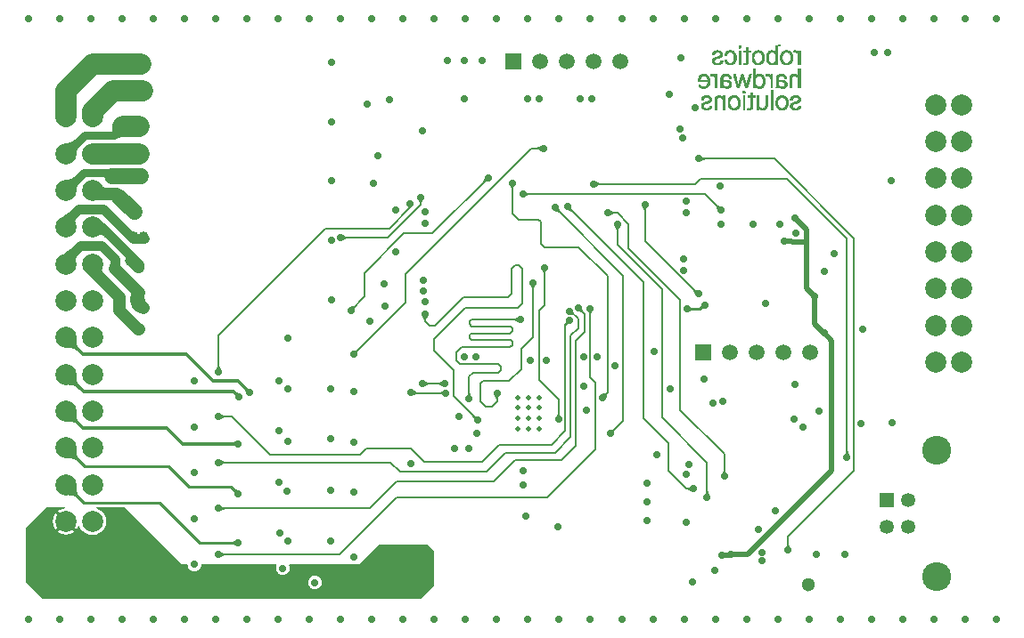
<source format=gbl>
G04*
G04 #@! TF.GenerationSoftware,Altium Limited,Altium Designer,22.8.2 (66)*
G04*
G04 Layer_Physical_Order=4*
G04 Layer_Color=16711680*
%FSLAX25Y25*%
%MOIN*%
G70*
G04*
G04 #@! TF.SameCoordinates,809C7C0D-4B7E-4495-91C7-DCE54D4B07AE*
G04*
G04*
G04 #@! TF.FilePolarity,Positive*
G04*
G01*
G75*
%ADD10C,0.01000*%
%ADD11C,0.00787*%
%ADD19C,0.01181*%
%ADD97C,0.07874*%
%ADD106C,0.01968*%
%ADD109C,0.07874*%
%ADD110C,0.03150*%
%ADD111C,0.03543*%
%ADD112C,0.05906*%
%ADD113C,0.04724*%
%ADD115R,0.05906X0.05906*%
%ADD116C,0.05906*%
%ADD117R,0.05315X0.05315*%
%ADD118C,0.05315*%
%ADD119C,0.10827*%
%ADD120C,0.02756*%
%ADD121C,0.05118*%
%ADD122C,0.01968*%
%ADD123C,0.03937*%
%ADD124C,0.00100*%
G36*
X41274Y-49986D02*
X40852Y-50023D01*
X38960Y-50295D01*
X38909Y-50326D01*
X36682Y-48099D01*
X36713Y-48048D01*
X36745Y-47955D01*
X36777Y-47821D01*
X36844Y-47431D01*
X36949Y-46536D01*
X37022Y-45734D01*
X41274Y-49986D01*
D02*
G37*
G36*
X25020Y-52994D02*
X24752Y-53280D01*
X24512Y-53570D01*
X24300Y-53865D01*
X24117Y-54164D01*
X23963Y-54469D01*
X23838Y-54778D01*
X23741Y-55092D01*
X23673Y-55411D01*
X23633Y-55735D01*
X23622Y-56063D01*
X19724Y-52166D01*
X20053Y-52154D01*
X20376Y-52115D01*
X20695Y-52047D01*
X21009Y-51950D01*
X21318Y-51824D01*
X21623Y-51670D01*
X21923Y-51487D01*
X22218Y-51276D01*
X22508Y-51036D01*
X22793Y-50767D01*
X25020Y-52994D01*
D02*
G37*
G36*
Y-66774D02*
X24752Y-67059D01*
X24512Y-67349D01*
X24300Y-67644D01*
X24117Y-67944D01*
X23963Y-68248D01*
X23838Y-68558D01*
X23741Y-68872D01*
X23673Y-69191D01*
X23633Y-69514D01*
X23622Y-69842D01*
X19724Y-65945D01*
X20053Y-65934D01*
X20376Y-65894D01*
X20695Y-65826D01*
X21009Y-65729D01*
X21318Y-65604D01*
X21623Y-65450D01*
X21923Y-65267D01*
X22218Y-65055D01*
X22508Y-64815D01*
X22793Y-64547D01*
X25020Y-66774D01*
D02*
G37*
G36*
X33201Y-68401D02*
X33316Y-68505D01*
X33472Y-68597D01*
X33669Y-68677D01*
X33906Y-68744D01*
X34184Y-68800D01*
X34502Y-68842D01*
X35261Y-68892D01*
X35702Y-68898D01*
X33119Y-73622D01*
X31197Y-73448D01*
X33126Y-68284D01*
X33201Y-68401D01*
D02*
G37*
G36*
X153218Y-73537D02*
X153121Y-73651D01*
X153036Y-73765D01*
X152961Y-73880D01*
X152899Y-73996D01*
X152847Y-74112D01*
X152807Y-74230D01*
X152779Y-74348D01*
X152762Y-74468D01*
X152756Y-74588D01*
X151969D01*
X151963Y-74468D01*
X151946Y-74348D01*
X151917Y-74230D01*
X151877Y-74112D01*
X151826Y-73996D01*
X151763Y-73880D01*
X151689Y-73765D01*
X151603Y-73651D01*
X151506Y-73537D01*
X151398Y-73425D01*
X153327D01*
X153218Y-73537D01*
D02*
G37*
G36*
X24304Y-79382D02*
X24020Y-79684D01*
X23776Y-79978D01*
X23574Y-80266D01*
X23412Y-80547D01*
X23291Y-80822D01*
X23210Y-81090D01*
X23171Y-81351D01*
X23172Y-81605D01*
X23214Y-81853D01*
X23297Y-82094D01*
X18190Y-80019D01*
X18356Y-79942D01*
X18537Y-79840D01*
X18733Y-79714D01*
X19172Y-79387D01*
X19671Y-78962D01*
X20535Y-78140D01*
X24304Y-79382D01*
D02*
G37*
G36*
X36370Y-84455D02*
X34452Y-87548D01*
X34146Y-87257D01*
X33855Y-87012D01*
X33579Y-86811D01*
X33318Y-86656D01*
X33071Y-86546D01*
X32840Y-86481D01*
X32623Y-86461D01*
X32422Y-86487D01*
X32235Y-86557D01*
X32063Y-86673D01*
X32836Y-81528D01*
X36370Y-84455D01*
D02*
G37*
G36*
X123537Y-86742D02*
X123651Y-86839D01*
X123765Y-86925D01*
X123880Y-86999D01*
X123996Y-87062D01*
X124112Y-87113D01*
X124230Y-87153D01*
X124348Y-87182D01*
X124468Y-87199D01*
X124588Y-87205D01*
Y-87992D01*
X124468Y-87998D01*
X124348Y-88015D01*
X124230Y-88043D01*
X124112Y-88083D01*
X123996Y-88135D01*
X123880Y-88198D01*
X123765Y-88272D01*
X123651Y-88358D01*
X123537Y-88455D01*
X123425Y-88563D01*
Y-86634D01*
X123537Y-86742D01*
D02*
G37*
G36*
X24565Y-93491D02*
X24283Y-93791D01*
X24038Y-94086D01*
X23831Y-94377D01*
X23662Y-94664D01*
X23532Y-94946D01*
X23439Y-95223D01*
X23385Y-95496D01*
X23369Y-95765D01*
X23390Y-96030D01*
X23450Y-96290D01*
X18609Y-93654D01*
X18832Y-93580D01*
X19063Y-93482D01*
X19302Y-93360D01*
X19550Y-93214D01*
X19806Y-93044D01*
X20342Y-92633D01*
X20623Y-92391D01*
X21209Y-91836D01*
X24565Y-93491D01*
D02*
G37*
G36*
X39880Y-97990D02*
X36104D01*
X36126Y-97939D01*
X36146Y-97848D01*
X36163Y-97716D01*
X36191Y-97332D01*
X36220Y-95669D01*
X39764D01*
X39880Y-97990D01*
D02*
G37*
G36*
X33039Y-99274D02*
X33040Y-99422D01*
X33080Y-99591D01*
X33158Y-99781D01*
X33274Y-99993D01*
X33428Y-100224D01*
X33620Y-100478D01*
X34120Y-101047D01*
X34428Y-101363D01*
X30867Y-104484D01*
X27940Y-101044D01*
X33076Y-99147D01*
X33039Y-99274D01*
D02*
G37*
G36*
X127978Y-113524D02*
X127897Y-113613D01*
X127824Y-113709D01*
X127761Y-113813D01*
X127706Y-113925D01*
X127660Y-114044D01*
X127622Y-114170D01*
X127593Y-114304D01*
X127573Y-114445D01*
X127562Y-114594D01*
X127559Y-114750D01*
X126195Y-113386D01*
X126351Y-113383D01*
X126500Y-113372D01*
X126641Y-113352D01*
X126775Y-113323D01*
X126901Y-113285D01*
X127020Y-113239D01*
X127131Y-113184D01*
X127235Y-113120D01*
X127332Y-113048D01*
X127421Y-112967D01*
X127978Y-113524D01*
D02*
G37*
G36*
X154793Y-117435D02*
X154696Y-117548D01*
X154610Y-117662D01*
X154536Y-117777D01*
X154473Y-117893D01*
X154422Y-118010D01*
X154382Y-118128D01*
X154353Y-118246D01*
X154336Y-118366D01*
X154331Y-118486D01*
X153543D01*
X153538Y-118366D01*
X153521Y-118246D01*
X153492Y-118128D01*
X153452Y-118010D01*
X153401Y-117893D01*
X153338Y-117777D01*
X153264Y-117662D01*
X153178Y-117548D01*
X153081Y-117435D01*
X152972Y-117323D01*
X154902D01*
X154793Y-117435D01*
D02*
G37*
G36*
X23625Y-125625D02*
X23690Y-126670D01*
X23752Y-127129D01*
X23833Y-127547D01*
X23933Y-127922D01*
X24052Y-128256D01*
X24190Y-128548D01*
X24348Y-128797D01*
X24525Y-129005D01*
X23690Y-129840D01*
X23482Y-129663D01*
X23233Y-129505D01*
X22941Y-129367D01*
X22607Y-129247D01*
X22232Y-129148D01*
X21814Y-129067D01*
X21355Y-129005D01*
X20310Y-128940D01*
X19724Y-128937D01*
X23622Y-125039D01*
X23625Y-125625D01*
D02*
G37*
G36*
X77171Y-135768D02*
X77188Y-135888D01*
X77217Y-136006D01*
X77257Y-136124D01*
X77308Y-136241D01*
X77371Y-136356D01*
X77445Y-136471D01*
X77531Y-136586D01*
X77628Y-136699D01*
X77736Y-136811D01*
X75807D01*
X75915Y-136699D01*
X76013Y-136586D01*
X76098Y-136471D01*
X76172Y-136356D01*
X76235Y-136241D01*
X76287Y-136124D01*
X76327Y-136006D01*
X76355Y-135888D01*
X76372Y-135768D01*
X76378Y-135648D01*
X77165D01*
X77171Y-135768D01*
D02*
G37*
G36*
X160384Y-143221D02*
X160253Y-143125D01*
X159995Y-142964D01*
X159869Y-142898D01*
X159745Y-142843D01*
X159622Y-142797D01*
X159501Y-142762D01*
X159382Y-142737D01*
X159265Y-142722D01*
X159149Y-142717D01*
X159030Y-141929D01*
X159153Y-141923D01*
X159274Y-141904D01*
X159390Y-141874D01*
X159503Y-141830D01*
X159613Y-141775D01*
X159719Y-141707D01*
X159822Y-141627D01*
X159921Y-141534D01*
X160017Y-141429D01*
X160109Y-141312D01*
X160384Y-143221D01*
D02*
G37*
G36*
X154246Y-141467D02*
X154359Y-141564D01*
X154473Y-141649D01*
X154588Y-141724D01*
X154704Y-141786D01*
X154821Y-141838D01*
X154939Y-141878D01*
X155057Y-141906D01*
X155177Y-141923D01*
X155297Y-141929D01*
Y-142717D01*
X155177Y-142722D01*
X155057Y-142739D01*
X154939Y-142768D01*
X154821Y-142808D01*
X154704Y-142859D01*
X154588Y-142922D01*
X154473Y-142996D01*
X154359Y-143082D01*
X154246Y-143179D01*
X154134Y-143287D01*
Y-141358D01*
X154246Y-141467D01*
D02*
G37*
G36*
X23625Y-139404D02*
X23690Y-140449D01*
X23752Y-140909D01*
X23833Y-141326D01*
X23933Y-141702D01*
X24052Y-142036D01*
X24190Y-142327D01*
X24348Y-142577D01*
X24525Y-142785D01*
X23690Y-143620D01*
X23482Y-143443D01*
X23233Y-143285D01*
X22941Y-143146D01*
X22607Y-143027D01*
X22232Y-142927D01*
X21814Y-142846D01*
X21355Y-142785D01*
X20310Y-142720D01*
X19724Y-142716D01*
X23622Y-138819D01*
X23625Y-139404D01*
D02*
G37*
G36*
X87441Y-143884D02*
X87543Y-143970D01*
X87646Y-144046D01*
X87749Y-144112D01*
X87852Y-144168D01*
X87955Y-144213D01*
X88059Y-144248D01*
X88163Y-144273D01*
X88267Y-144287D01*
X88372Y-144291D01*
X87008Y-145656D01*
X87004Y-145551D01*
X86989Y-145447D01*
X86965Y-145343D01*
X86930Y-145239D01*
X86884Y-145135D01*
X86829Y-145032D01*
X86763Y-144929D01*
X86687Y-144826D01*
X86600Y-144724D01*
X86503Y-144622D01*
X87339Y-143787D01*
X87441Y-143884D01*
D02*
G37*
G36*
X150109Y-144951D02*
X150186Y-145061D01*
X150269Y-145157D01*
X150358Y-145241D01*
X150454Y-145312D01*
X150556Y-145370D01*
X150663Y-145415D01*
X150777Y-145447D01*
X150897Y-145466D01*
X151024Y-145472D01*
X150777Y-146260D01*
X150667Y-146264D01*
X150554Y-146277D01*
X150436Y-146298D01*
X150313Y-146327D01*
X150187Y-146364D01*
X149920Y-146465D01*
X149780Y-146527D01*
X149486Y-146678D01*
X150038Y-144829D01*
X150109Y-144951D01*
D02*
G37*
G36*
X160827Y-146831D02*
X160715Y-146722D01*
X160601Y-146625D01*
X160487Y-146540D01*
X160372Y-146465D01*
X160256Y-146403D01*
X160140Y-146351D01*
X160022Y-146311D01*
X159903Y-146283D01*
X159784Y-146266D01*
X159664Y-146260D01*
Y-145472D01*
X159784Y-145467D01*
X159903Y-145450D01*
X160022Y-145421D01*
X160140Y-145381D01*
X160256Y-145330D01*
X160372Y-145267D01*
X160487Y-145193D01*
X160601Y-145107D01*
X160715Y-145010D01*
X160827Y-144902D01*
Y-146831D01*
D02*
G37*
G36*
X83504Y-145458D02*
X83606Y-145545D01*
X83709Y-145621D01*
X83812Y-145687D01*
X83915Y-145743D01*
X84018Y-145788D01*
X84122Y-145823D01*
X84226Y-145848D01*
X84330Y-145862D01*
X84435Y-145866D01*
X83071Y-147230D01*
X83067Y-147126D01*
X83052Y-147021D01*
X83028Y-146917D01*
X82993Y-146814D01*
X82947Y-146710D01*
X82892Y-146607D01*
X82826Y-146504D01*
X82750Y-146401D01*
X82663Y-146299D01*
X82566Y-146197D01*
X83401Y-145362D01*
X83504Y-145458D01*
D02*
G37*
G36*
X77868Y-153770D02*
X77981Y-153867D01*
X78095Y-153953D01*
X78210Y-154027D01*
X78326Y-154090D01*
X78443Y-154141D01*
X78561Y-154181D01*
X78679Y-154209D01*
X78799Y-154227D01*
X78919Y-154232D01*
Y-155020D01*
X78799Y-155025D01*
X78679Y-155043D01*
X78561Y-155071D01*
X78443Y-155111D01*
X78326Y-155162D01*
X78210Y-155225D01*
X78095Y-155299D01*
X77981Y-155385D01*
X77868Y-155482D01*
X77756Y-155591D01*
Y-153661D01*
X77868Y-153770D01*
D02*
G37*
G36*
X23625Y-153184D02*
X23690Y-154229D01*
X23752Y-154688D01*
X23833Y-155106D01*
X23933Y-155482D01*
X24052Y-155815D01*
X24190Y-156107D01*
X24348Y-156357D01*
X24525Y-156564D01*
X23690Y-157399D01*
X23482Y-157222D01*
X23233Y-157064D01*
X22941Y-156926D01*
X22607Y-156807D01*
X22232Y-156707D01*
X21814Y-156626D01*
X21355Y-156564D01*
X20310Y-156500D01*
X19724Y-156496D01*
X23622Y-152598D01*
X23625Y-153184D01*
D02*
G37*
G36*
X83071Y-165728D02*
X82994Y-165657D01*
X82910Y-165594D01*
X82819Y-165538D01*
X82721Y-165489D01*
X82616Y-165448D01*
X82503Y-165414D01*
X82384Y-165388D01*
X82258Y-165369D01*
X82124Y-165358D01*
X81983Y-165354D01*
Y-164173D01*
X82124Y-164170D01*
X82258Y-164158D01*
X82384Y-164140D01*
X82503Y-164113D01*
X82616Y-164080D01*
X82721Y-164039D01*
X82819Y-163990D01*
X82910Y-163934D01*
X82994Y-163870D01*
X83071Y-163799D01*
Y-165728D01*
D02*
G37*
G36*
X23625Y-166987D02*
X23742Y-168540D01*
X23818Y-168967D01*
X23912Y-169348D01*
X24024Y-169684D01*
X24155Y-169974D01*
X24303Y-170218D01*
X24470Y-170417D01*
X23763Y-171124D01*
X23564Y-170957D01*
X23320Y-170808D01*
X23030Y-170678D01*
X22695Y-170566D01*
X22313Y-170472D01*
X21887Y-170396D01*
X21415Y-170338D01*
X20333Y-170278D01*
X19724Y-170275D01*
X23622Y-166378D01*
X23625Y-166987D01*
D02*
G37*
G36*
X77868Y-170994D02*
X77981Y-171091D01*
X78095Y-171177D01*
X78210Y-171251D01*
X78326Y-171314D01*
X78443Y-171365D01*
X78561Y-171405D01*
X78679Y-171434D01*
X78799Y-171451D01*
X78919Y-171457D01*
Y-172244D01*
X78799Y-172250D01*
X78679Y-172267D01*
X78561Y-172295D01*
X78443Y-172335D01*
X78326Y-172387D01*
X78210Y-172450D01*
X78095Y-172524D01*
X77981Y-172609D01*
X77868Y-172706D01*
X77756Y-172815D01*
Y-170886D01*
X77868Y-170994D01*
D02*
G37*
G36*
X83013Y-181709D02*
X83113Y-181789D01*
X83217Y-181860D01*
X83324Y-181921D01*
X83435Y-181973D01*
X83549Y-182015D01*
X83667Y-182047D01*
X83788Y-182070D01*
X83913Y-182083D01*
X84041Y-182087D01*
X82677Y-183451D01*
X82674Y-183322D01*
X82661Y-183198D01*
X82638Y-183076D01*
X82605Y-182958D01*
X82563Y-182844D01*
X82512Y-182734D01*
X82450Y-182626D01*
X82380Y-182522D01*
X82299Y-182422D01*
X82209Y-182325D01*
X82916Y-181618D01*
X83013Y-181709D01*
D02*
G37*
G36*
X23625Y-180766D02*
X23742Y-182320D01*
X23818Y-182747D01*
X23912Y-183128D01*
X24024Y-183463D01*
X24155Y-183753D01*
X24303Y-183997D01*
X24470Y-184196D01*
X23763Y-184903D01*
X23564Y-184737D01*
X23320Y-184588D01*
X23030Y-184457D01*
X22695Y-184345D01*
X22313Y-184251D01*
X21887Y-184176D01*
X21415Y-184118D01*
X20333Y-184058D01*
X19724Y-184055D01*
X23622Y-180157D01*
X23625Y-180766D01*
D02*
G37*
G36*
X77868Y-188219D02*
X77981Y-188316D01*
X78095Y-188401D01*
X78210Y-188476D01*
X78326Y-188538D01*
X78443Y-188590D01*
X78561Y-188630D01*
X78679Y-188658D01*
X78799Y-188675D01*
X78919Y-188681D01*
Y-189469D01*
X78799Y-189474D01*
X78679Y-189491D01*
X78561Y-189520D01*
X78443Y-189560D01*
X78326Y-189611D01*
X78210Y-189674D01*
X78095Y-189748D01*
X77981Y-189834D01*
X77868Y-189931D01*
X77756Y-190039D01*
Y-188110D01*
X77868Y-188219D01*
D02*
G37*
G36*
X62795Y-209842D02*
X64963D01*
X65135Y-210039D01*
X65223Y-210707D01*
X65481Y-211330D01*
X65891Y-211864D01*
X66426Y-212275D01*
X67049Y-212532D01*
X67716Y-212620D01*
X68385Y-212532D01*
X69007Y-212275D01*
X69542Y-211864D01*
X69952Y-211330D01*
X70210Y-210707D01*
X70298Y-210039D01*
X70470Y-209842D01*
X98322D01*
X98507Y-210236D01*
X98294Y-210749D01*
X98206Y-211417D01*
X98294Y-212085D01*
X98552Y-212708D01*
X98962Y-213243D01*
X99497Y-213653D01*
X100119Y-213911D01*
X100787Y-213999D01*
X101455Y-213911D01*
X102078Y-213653D01*
X102612Y-213243D01*
X103023Y-212708D01*
X103281Y-212085D01*
X103368Y-211417D01*
X103281Y-210749D01*
X103068Y-210236D01*
X103253Y-209842D01*
X129331D01*
X136614Y-202559D01*
X154921D01*
X157480Y-205118D01*
Y-217913D01*
X152559Y-222835D01*
X10827D01*
X4528Y-216535D01*
Y-196260D01*
X12205Y-188583D01*
X19337D01*
X19363Y-188976D01*
X18400Y-189103D01*
X17203Y-189599D01*
X16648Y-190025D01*
X20103Y-193480D01*
X23558Y-196935D01*
X23984Y-196379D01*
X24287Y-195648D01*
X24713D01*
X25057Y-196479D01*
X25877Y-197548D01*
X26946Y-198368D01*
X28192Y-198884D01*
X29528Y-199060D01*
X30864Y-198884D01*
X32109Y-198368D01*
X33178Y-197548D01*
X33998Y-196479D01*
X34514Y-195234D01*
X34690Y-193898D01*
X34514Y-192562D01*
X33998Y-191316D01*
X33178Y-190247D01*
X32109Y-189427D01*
X31021Y-188976D01*
X31099Y-188583D01*
X41535D01*
X62795Y-209842D01*
D02*
G37*
G36*
X83071Y-202933D02*
X82978Y-202845D01*
X82880Y-202766D01*
X82778Y-202696D01*
X82672Y-202636D01*
X82562Y-202585D01*
X82447Y-202543D01*
X82328Y-202510D01*
X82204Y-202487D01*
X82076Y-202473D01*
X81944Y-202468D01*
Y-201468D01*
X82076Y-201464D01*
X82204Y-201450D01*
X82328Y-201427D01*
X82447Y-201394D01*
X82562Y-201352D01*
X82672Y-201301D01*
X82778Y-201241D01*
X82880Y-201171D01*
X82978Y-201092D01*
X83071Y-201004D01*
Y-202933D01*
D02*
G37*
G36*
X77868Y-205443D02*
X77981Y-205540D01*
X78095Y-205626D01*
X78210Y-205700D01*
X78326Y-205763D01*
X78443Y-205814D01*
X78561Y-205854D01*
X78679Y-205883D01*
X78799Y-205900D01*
X78919Y-205906D01*
Y-206693D01*
X78799Y-206699D01*
X78679Y-206716D01*
X78561Y-206744D01*
X78443Y-206784D01*
X78326Y-206836D01*
X78210Y-206898D01*
X78095Y-206973D01*
X77981Y-207058D01*
X77868Y-207155D01*
X77756Y-207264D01*
Y-205335D01*
X77868Y-205443D01*
D02*
G37*
G36*
X197244Y-55098D02*
X197132Y-54990D01*
X197019Y-54893D01*
X196905Y-54807D01*
X196790Y-54733D01*
X196674Y-54670D01*
X196557Y-54619D01*
X196439Y-54579D01*
X196321Y-54550D01*
X196201Y-54533D01*
X196081Y-54528D01*
Y-53740D01*
X196201Y-53734D01*
X196321Y-53717D01*
X196439Y-53689D01*
X196557Y-53649D01*
X196674Y-53597D01*
X196790Y-53535D01*
X196905Y-53460D01*
X197019Y-53375D01*
X197132Y-53278D01*
X197244Y-53169D01*
Y-55098D01*
D02*
G37*
G36*
X257593Y-57215D02*
X257706Y-57312D01*
X257820Y-57397D01*
X257935Y-57472D01*
X258051Y-57534D01*
X258168Y-57586D01*
X258285Y-57626D01*
X258404Y-57654D01*
X258523Y-57671D01*
X258643Y-57677D01*
Y-58465D01*
X258523Y-58470D01*
X258404Y-58487D01*
X258285Y-58516D01*
X258168Y-58556D01*
X258051Y-58607D01*
X257935Y-58670D01*
X257820Y-58744D01*
X257706Y-58830D01*
X257593Y-58927D01*
X257480Y-59035D01*
Y-57106D01*
X257593Y-57215D01*
D02*
G37*
G36*
X177545Y-66535D02*
X177389Y-66538D01*
X177240Y-66550D01*
X177099Y-66570D01*
X176965Y-66599D01*
X176839Y-66636D01*
X176720Y-66682D01*
X176609Y-66737D01*
X176505Y-66801D01*
X176408Y-66873D01*
X176319Y-66954D01*
X175762Y-66398D01*
X175843Y-66308D01*
X175916Y-66212D01*
X175979Y-66108D01*
X176034Y-65996D01*
X176081Y-65877D01*
X176118Y-65751D01*
X176147Y-65617D01*
X176167Y-65476D01*
X176178Y-65327D01*
X176181Y-65171D01*
X177545Y-66535D01*
D02*
G37*
G36*
X218222Y-66664D02*
X218336Y-66761D01*
X218450Y-66846D01*
X218565Y-66921D01*
X218681Y-66983D01*
X218797Y-67035D01*
X218915Y-67075D01*
X219034Y-67103D01*
X219153Y-67120D01*
X219273Y-67126D01*
Y-67913D01*
X219153Y-67919D01*
X219034Y-67936D01*
X218915Y-67965D01*
X218797Y-68005D01*
X218681Y-68056D01*
X218565Y-68119D01*
X218450Y-68193D01*
X218336Y-68279D01*
X218222Y-68376D01*
X218110Y-68484D01*
Y-66555D01*
X218222Y-66664D01*
D02*
G37*
G36*
X187470Y-68222D02*
X187373Y-68336D01*
X187288Y-68450D01*
X187213Y-68565D01*
X187151Y-68681D01*
X187099Y-68797D01*
X187059Y-68915D01*
X187031Y-69034D01*
X187014Y-69153D01*
X187008Y-69273D01*
X186221D01*
X186215Y-69153D01*
X186198Y-69034D01*
X186169Y-68915D01*
X186129Y-68797D01*
X186078Y-68681D01*
X186015Y-68565D01*
X185941Y-68450D01*
X185855Y-68336D01*
X185758Y-68222D01*
X185650Y-68110D01*
X187579D01*
X187470Y-68222D01*
D02*
G37*
G36*
X191648Y-70404D02*
X191761Y-70501D01*
X191875Y-70586D01*
X191990Y-70661D01*
X192106Y-70723D01*
X192223Y-70775D01*
X192340Y-70815D01*
X192459Y-70843D01*
X192578Y-70860D01*
X192699Y-70866D01*
Y-71653D01*
X192578Y-71659D01*
X192459Y-71676D01*
X192340Y-71705D01*
X192223Y-71745D01*
X192106Y-71796D01*
X191990Y-71859D01*
X191875Y-71933D01*
X191761Y-72019D01*
X191648Y-72116D01*
X191535Y-72224D01*
Y-70295D01*
X191648Y-70404D01*
D02*
G37*
G36*
X263416Y-75450D02*
X263513Y-75522D01*
X263617Y-75586D01*
X263728Y-75640D01*
X263847Y-75687D01*
X263973Y-75724D01*
X264107Y-75753D01*
X264248Y-75773D01*
X264397Y-75785D01*
X264553Y-75788D01*
X263189Y-77152D01*
X263186Y-76995D01*
X263175Y-76847D01*
X263155Y-76705D01*
X263126Y-76572D01*
X263088Y-76445D01*
X263042Y-76327D01*
X262987Y-76215D01*
X262924Y-76111D01*
X262851Y-76015D01*
X262770Y-75925D01*
X263327Y-75369D01*
X263416Y-75450D01*
D02*
G37*
G36*
X237077Y-76293D02*
X236980Y-76407D01*
X236894Y-76521D01*
X236820Y-76636D01*
X236757Y-76752D01*
X236705Y-76868D01*
X236666Y-76986D01*
X236637Y-77104D01*
X236620Y-77224D01*
X236614Y-77344D01*
X235827D01*
X235821Y-77224D01*
X235804Y-77104D01*
X235775Y-76986D01*
X235735Y-76868D01*
X235684Y-76752D01*
X235621Y-76636D01*
X235547Y-76521D01*
X235461Y-76407D01*
X235364Y-76293D01*
X235256Y-76181D01*
X237185D01*
X237077Y-76293D01*
D02*
G37*
G36*
X208664Y-76154D02*
X208676Y-76303D01*
X208696Y-76444D01*
X208724Y-76578D01*
X208762Y-76704D01*
X208808Y-76823D01*
X208863Y-76935D01*
X208927Y-77039D01*
X208999Y-77135D01*
X209080Y-77224D01*
X208523Y-77781D01*
X208434Y-77700D01*
X208338Y-77628D01*
X208234Y-77564D01*
X208122Y-77509D01*
X208003Y-77463D01*
X207877Y-77425D01*
X207743Y-77397D01*
X207602Y-77376D01*
X207453Y-77365D01*
X207297Y-77362D01*
X208661Y-75998D01*
X208664Y-76154D01*
D02*
G37*
G36*
X204136Y-76548D02*
X204148Y-76697D01*
X204168Y-76838D01*
X204197Y-76972D01*
X204235Y-77098D01*
X204281Y-77217D01*
X204336Y-77328D01*
X204399Y-77432D01*
X204472Y-77529D01*
X204553Y-77618D01*
X203996Y-78175D01*
X203907Y-78094D01*
X203810Y-78021D01*
X203706Y-77958D01*
X203595Y-77903D01*
X203476Y-77857D01*
X203349Y-77819D01*
X203216Y-77790D01*
X203075Y-77770D01*
X202926Y-77759D01*
X202770Y-77756D01*
X204134Y-76392D01*
X204136Y-76548D01*
D02*
G37*
G36*
X223537Y-77490D02*
X223651Y-77587D01*
X223765Y-77673D01*
X223880Y-77747D01*
X223996Y-77810D01*
X224112Y-77861D01*
X224230Y-77901D01*
X224348Y-77930D01*
X224468Y-77947D01*
X224588Y-77953D01*
Y-78740D01*
X224468Y-78746D01*
X224348Y-78763D01*
X224230Y-78791D01*
X224112Y-78831D01*
X223996Y-78883D01*
X223880Y-78946D01*
X223765Y-79020D01*
X223651Y-79106D01*
X223537Y-79203D01*
X223425Y-79311D01*
Y-77382D01*
X223537Y-77490D01*
D02*
G37*
G36*
X226840Y-83774D02*
X226743Y-83887D01*
X226658Y-84001D01*
X226584Y-84116D01*
X226521Y-84232D01*
X226469Y-84349D01*
X226429Y-84466D01*
X226401Y-84585D01*
X226384Y-84704D01*
X226378Y-84825D01*
X225590D01*
X225585Y-84704D01*
X225568Y-84585D01*
X225539Y-84466D01*
X225499Y-84349D01*
X225448Y-84232D01*
X225385Y-84116D01*
X225311Y-84001D01*
X225225Y-83887D01*
X225128Y-83774D01*
X225020Y-83661D01*
X226949D01*
X226840Y-83774D01*
D02*
G37*
G36*
X199478Y-99915D02*
X199381Y-100029D01*
X199295Y-100143D01*
X199221Y-100258D01*
X199159Y-100374D01*
X199107Y-100490D01*
X199067Y-100608D01*
X199039Y-100726D01*
X199021Y-100846D01*
X199016Y-100966D01*
X198228D01*
X198223Y-100846D01*
X198205Y-100726D01*
X198177Y-100608D01*
X198137Y-100490D01*
X198086Y-100374D01*
X198023Y-100258D01*
X197949Y-100143D01*
X197863Y-100029D01*
X197766Y-99915D01*
X197658Y-99803D01*
X199587D01*
X199478Y-99915D01*
D02*
G37*
G36*
X195147Y-105624D02*
X195050Y-105737D01*
X194965Y-105851D01*
X194891Y-105966D01*
X194828Y-106082D01*
X194776Y-106199D01*
X194736Y-106317D01*
X194708Y-106435D01*
X194691Y-106555D01*
X194685Y-106675D01*
X193898D01*
X193892Y-106555D01*
X193875Y-106435D01*
X193846Y-106317D01*
X193806Y-106199D01*
X193755Y-106082D01*
X193692Y-105966D01*
X193618Y-105851D01*
X193532Y-105737D01*
X193435Y-105624D01*
X193327Y-105512D01*
X195256D01*
X195147Y-105624D01*
D02*
G37*
G36*
X254898Y-107164D02*
X254996Y-107235D01*
X255100Y-107294D01*
X255209Y-107340D01*
X255323Y-107373D01*
X255443Y-107393D01*
X255568Y-107401D01*
X255698Y-107396D01*
X255833Y-107378D01*
X255974Y-107347D01*
X254978Y-109000D01*
X254937Y-108838D01*
X254843Y-108541D01*
X254790Y-108406D01*
X254673Y-108162D01*
X254609Y-108054D01*
X254540Y-107954D01*
X254469Y-107863D01*
X254393Y-107781D01*
X254805Y-107079D01*
X254898Y-107164D01*
D02*
G37*
G36*
X258312Y-114325D02*
X258194Y-114300D01*
X258078Y-114288D01*
X257964Y-114290D01*
X257852Y-114304D01*
X257743Y-114331D01*
X257635Y-114371D01*
X257529Y-114424D01*
X257426Y-114490D01*
X257325Y-114568D01*
X257225Y-114660D01*
X256711Y-113760D01*
X256800Y-113667D01*
X256882Y-113570D01*
X256959Y-113470D01*
X257029Y-113366D01*
X257093Y-113258D01*
X257151Y-113147D01*
X257203Y-113033D01*
X257249Y-112916D01*
X257288Y-112794D01*
X257322Y-112670D01*
X258312Y-114325D01*
D02*
G37*
G36*
X253144Y-113494D02*
X253242Y-113573D01*
X253344Y-113642D01*
X253450Y-113703D01*
X253560Y-113754D01*
X253675Y-113796D01*
X253794Y-113828D01*
X253918Y-113851D01*
X254046Y-113865D01*
X254178Y-113870D01*
Y-114870D01*
X254046Y-114875D01*
X253918Y-114889D01*
X253794Y-114912D01*
X253675Y-114944D01*
X253560Y-114986D01*
X253450Y-115037D01*
X253344Y-115098D01*
X253242Y-115167D01*
X253144Y-115246D01*
X253051Y-115335D01*
Y-113406D01*
X253144Y-113494D01*
D02*
G37*
G36*
X212798Y-114146D02*
X212809Y-114295D01*
X212830Y-114436D01*
X212858Y-114570D01*
X212896Y-114696D01*
X212942Y-114815D01*
X212997Y-114927D01*
X213061Y-115031D01*
X213133Y-115127D01*
X213214Y-115216D01*
X212657Y-115773D01*
X212568Y-115692D01*
X212472Y-115620D01*
X212368Y-115556D01*
X212256Y-115501D01*
X212137Y-115455D01*
X212011Y-115418D01*
X211877Y-115389D01*
X211736Y-115368D01*
X211587Y-115357D01*
X211431Y-115354D01*
X212795Y-113990D01*
X212798Y-114146D01*
D02*
G37*
G36*
X216604Y-115270D02*
X216507Y-115383D01*
X216422Y-115497D01*
X216347Y-115612D01*
X216284Y-115728D01*
X216233Y-115845D01*
X216193Y-115962D01*
X216165Y-116081D01*
X216147Y-116200D01*
X216142Y-116321D01*
X215354D01*
X215349Y-116200D01*
X215332Y-116081D01*
X215303Y-115962D01*
X215263Y-115845D01*
X215212Y-115728D01*
X215149Y-115612D01*
X215075Y-115497D01*
X214989Y-115383D01*
X214892Y-115270D01*
X214784Y-115157D01*
X216713Y-115157D01*
X216604Y-115270D01*
D02*
G37*
G36*
X209243Y-114914D02*
X209414Y-115343D01*
X209476Y-115468D01*
X209606Y-115691D01*
X209675Y-115788D01*
X209746Y-115877D01*
X209820Y-115956D01*
X209450Y-116699D01*
X209356Y-116614D01*
X209257Y-116543D01*
X209154Y-116486D01*
X209046Y-116442D01*
X208934Y-116412D01*
X208817Y-116395D01*
X208696Y-116393D01*
X208570Y-116403D01*
X208440Y-116428D01*
X208305Y-116466D01*
X209191Y-114753D01*
X209243Y-114914D01*
D02*
G37*
G36*
X188583Y-119272D02*
X188470Y-119163D01*
X188357Y-119066D01*
X188243Y-118981D01*
X188128Y-118906D01*
X188012Y-118843D01*
X187896Y-118792D01*
X187778Y-118752D01*
X187659Y-118724D01*
X187540Y-118707D01*
X187420Y-118701D01*
Y-117913D01*
X187540Y-117908D01*
X187659Y-117891D01*
X187778Y-117862D01*
X187896Y-117822D01*
X188012Y-117771D01*
X188128Y-117708D01*
X188243Y-117634D01*
X188357Y-117548D01*
X188470Y-117451D01*
X188583Y-117342D01*
Y-119272D01*
D02*
G37*
G36*
X207711Y-120058D02*
X207616Y-120046D01*
X207521Y-120046D01*
X207426Y-120056D01*
X207332Y-120078D01*
X207238Y-120110D01*
X207145Y-120153D01*
X207051Y-120206D01*
X206959Y-120271D01*
X206866Y-120346D01*
X206774Y-120433D01*
X206218Y-119876D01*
X206304Y-119784D01*
X206380Y-119692D01*
X206444Y-119599D01*
X206498Y-119506D01*
X206541Y-119413D01*
X206573Y-119319D01*
X206594Y-119224D01*
X206605Y-119130D01*
X206604Y-119035D01*
X206593Y-118939D01*
X207711Y-120058D01*
D02*
G37*
G36*
X170872Y-146004D02*
X170889Y-146124D01*
X170917Y-146242D01*
X170958Y-146360D01*
X171009Y-146477D01*
X171072Y-146593D01*
X171146Y-146708D01*
X171231Y-146822D01*
X171328Y-146935D01*
X171437Y-147047D01*
X169508D01*
X169616Y-146935D01*
X169713Y-146822D01*
X169799Y-146708D01*
X169873Y-146593D01*
X169936Y-146477D01*
X169987Y-146360D01*
X170027Y-146242D01*
X170056Y-146124D01*
X170073Y-146004D01*
X170079Y-145884D01*
X170866D01*
X170872Y-146004D01*
D02*
G37*
G36*
X222269Y-146201D02*
X222188Y-146290D01*
X222116Y-146387D01*
X222052Y-146491D01*
X221997Y-146602D01*
X221951Y-146721D01*
X221914Y-146847D01*
X221885Y-146981D01*
X221865Y-147122D01*
X221853Y-147271D01*
X221850Y-147427D01*
X220486Y-146063D01*
X220642Y-146060D01*
X220791Y-146049D01*
X220932Y-146029D01*
X221066Y-146000D01*
X221192Y-145962D01*
X221311Y-145916D01*
X221423Y-145861D01*
X221527Y-145798D01*
X221623Y-145725D01*
X221712Y-145644D01*
X222269Y-146201D01*
D02*
G37*
G36*
X181762Y-146963D02*
X181665Y-147076D01*
X181579Y-147190D01*
X181505Y-147305D01*
X181442Y-147421D01*
X181391Y-147538D01*
X181351Y-147655D01*
X181322Y-147774D01*
X181305Y-147893D01*
X181299Y-148013D01*
X180512D01*
X180506Y-147893D01*
X180489Y-147774D01*
X180460Y-147655D01*
X180420Y-147538D01*
X180369Y-147421D01*
X180306Y-147305D01*
X180232Y-147190D01*
X180147Y-147076D01*
X180049Y-146963D01*
X179941Y-146850D01*
X181870D01*
X181762Y-146963D01*
D02*
G37*
G36*
X204336Y-153682D02*
X204353Y-153801D01*
X204382Y-153920D01*
X204422Y-154037D01*
X204473Y-154154D01*
X204536Y-154270D01*
X204610Y-154385D01*
X204696Y-154499D01*
X204793Y-154612D01*
X204902Y-154725D01*
X202972D01*
X203081Y-154612D01*
X203178Y-154499D01*
X203264Y-154385D01*
X203338Y-154270D01*
X203401Y-154154D01*
X203452Y-154037D01*
X203492Y-153920D01*
X203520Y-153801D01*
X203538Y-153682D01*
X203543Y-153561D01*
X204331D01*
X204336Y-153682D01*
D02*
G37*
G36*
X172471Y-154190D02*
X172568Y-154262D01*
X172672Y-154326D01*
X172783Y-154381D01*
X172902Y-154427D01*
X173028Y-154464D01*
X173162Y-154493D01*
X173303Y-154513D01*
X173452Y-154525D01*
X173608Y-154528D01*
X172244Y-155892D01*
X172241Y-155736D01*
X172230Y-155587D01*
X172210Y-155446D01*
X172181Y-155312D01*
X172143Y-155185D01*
X172097Y-155067D01*
X172042Y-154955D01*
X171979Y-154851D01*
X171906Y-154755D01*
X171825Y-154666D01*
X172382Y-154109D01*
X172471Y-154190D01*
D02*
G37*
G36*
X225025Y-159784D02*
X224944Y-159873D01*
X224872Y-159969D01*
X224808Y-160073D01*
X224753Y-160185D01*
X224707Y-160304D01*
X224669Y-160430D01*
X224641Y-160564D01*
X224620Y-160705D01*
X224609Y-160854D01*
X224606Y-161010D01*
X223242Y-159646D01*
X223398Y-159643D01*
X223547Y-159632D01*
X223688Y-159611D01*
X223822Y-159582D01*
X223948Y-159545D01*
X224067Y-159499D01*
X224179Y-159444D01*
X224283Y-159380D01*
X224379Y-159308D01*
X224468Y-159227D01*
X225025Y-159784D01*
D02*
G37*
G36*
X312210Y-167855D02*
X312228Y-167974D01*
X312256Y-168093D01*
X312296Y-168210D01*
X312347Y-168327D01*
X312410Y-168443D01*
X312485Y-168558D01*
X312570Y-168672D01*
X312667Y-168786D01*
X312776Y-168898D01*
X310846D01*
X310955Y-168786D01*
X311052Y-168672D01*
X311138Y-168558D01*
X311212Y-168443D01*
X311275Y-168327D01*
X311326Y-168210D01*
X311366Y-168093D01*
X311395Y-167974D01*
X311412Y-167855D01*
X311417Y-167735D01*
X312205D01*
X312210Y-167855D01*
D02*
G37*
G36*
X266344Y-174942D02*
X266361Y-175061D01*
X266390Y-175179D01*
X266430Y-175297D01*
X266481Y-175414D01*
X266544Y-175530D01*
X266618Y-175645D01*
X266704Y-175759D01*
X266801Y-175872D01*
X266910Y-175984D01*
X264980D01*
X265089Y-175872D01*
X265186Y-175759D01*
X265271Y-175645D01*
X265346Y-175530D01*
X265408Y-175414D01*
X265460Y-175297D01*
X265500Y-175179D01*
X265528Y-175061D01*
X265546Y-174942D01*
X265551Y-174821D01*
X266339D01*
X266344Y-174942D01*
D02*
G37*
G36*
X253347Y-182658D02*
X253234Y-182549D01*
X253121Y-182452D01*
X253007Y-182366D01*
X252892Y-182292D01*
X252776Y-182229D01*
X252659Y-182178D01*
X252542Y-182138D01*
X252423Y-182109D01*
X252304Y-182092D01*
X252183Y-182087D01*
Y-181299D01*
X252304Y-181293D01*
X252423Y-181276D01*
X252542Y-181248D01*
X252659Y-181208D01*
X252776Y-181157D01*
X252892Y-181094D01*
X253007Y-181019D01*
X253121Y-180934D01*
X253234Y-180837D01*
X253347Y-180728D01*
Y-182658D01*
D02*
G37*
G36*
X259848Y-182816D02*
X259865Y-182935D01*
X259894Y-183054D01*
X259934Y-183171D01*
X259985Y-183288D01*
X260048Y-183404D01*
X260122Y-183519D01*
X260208Y-183633D01*
X260305Y-183746D01*
X260413Y-183859D01*
X258484D01*
X258593Y-183746D01*
X258690Y-183633D01*
X258775Y-183519D01*
X258850Y-183404D01*
X258912Y-183288D01*
X258964Y-183171D01*
X259004Y-183054D01*
X259032Y-182935D01*
X259049Y-182816D01*
X259055Y-182695D01*
X259842D01*
X259848Y-182816D01*
D02*
G37*
G36*
X290163Y-202697D02*
X290180Y-202817D01*
X290209Y-202935D01*
X290249Y-203053D01*
X290300Y-203170D01*
X290363Y-203286D01*
X290437Y-203401D01*
X290523Y-203515D01*
X290620Y-203628D01*
X290728Y-203740D01*
X288799D01*
X288908Y-203628D01*
X289005Y-203515D01*
X289090Y-203401D01*
X289165Y-203286D01*
X289227Y-203170D01*
X289279Y-203053D01*
X289319Y-202935D01*
X289347Y-202817D01*
X289364Y-202697D01*
X289370Y-202577D01*
X290158D01*
X290163Y-202697D01*
D02*
G37*
%LPC*%
G36*
X15812Y-190860D02*
X15386Y-191416D01*
X14890Y-192613D01*
X14721Y-193898D01*
X14890Y-195182D01*
X15386Y-196379D01*
X15812Y-196935D01*
X18850Y-193898D01*
X15812Y-190860D01*
D02*
G37*
G36*
X19685Y-194733D02*
X16648Y-197770D01*
X17203Y-198196D01*
X18400Y-198692D01*
X19685Y-198861D01*
X20970Y-198692D01*
X22167Y-198196D01*
X22722Y-197770D01*
X19685Y-194733D01*
D02*
G37*
G36*
X112795Y-214198D02*
X112127Y-214286D01*
X111505Y-214544D01*
X110970Y-214954D01*
X110560Y-215489D01*
X110302Y-216111D01*
X110214Y-216779D01*
X110302Y-217448D01*
X110560Y-218070D01*
X110970Y-218605D01*
X111505Y-219015D01*
X112127Y-219273D01*
X112795Y-219361D01*
X113463Y-219273D01*
X114086Y-219015D01*
X114620Y-218605D01*
X115031Y-218070D01*
X115288Y-217448D01*
X115376Y-216779D01*
X115288Y-216111D01*
X115031Y-215489D01*
X114620Y-214954D01*
X114086Y-214544D01*
X113463Y-214286D01*
X112795Y-214198D01*
D02*
G37*
%LPD*%
D10*
X256808Y-114370D02*
X258482Y-112697D01*
X258858D01*
X252067Y-114370D02*
X256808D01*
X19685Y-166339D02*
X26575Y-173228D01*
X57874D01*
X65551Y-180905D01*
X81496D02*
X84055Y-183465D01*
X65551Y-180905D02*
X81496D01*
X69685Y-201969D02*
X84055D01*
X54527Y-186811D02*
X69685Y-201969D01*
X26378Y-186811D02*
X54527D01*
X19685Y-180118D02*
X26378Y-186811D01*
D11*
X127362Y-131299D02*
X146653Y-112008D01*
Y-101181D01*
X193701Y-54134D01*
X198228D01*
X186614Y-78543D02*
Y-67126D01*
X126181Y-114764D02*
X131299Y-109646D01*
Y-100787D01*
X146063Y-86024D01*
X242520Y-154921D02*
X259449Y-171850D01*
X242520Y-154921D02*
Y-106890D01*
X259449Y-184843D02*
Y-171850D01*
X139961Y-87598D02*
X152362Y-75197D01*
Y-72441D01*
X202756Y-76378D02*
Y-76378D01*
X235630Y-155118D02*
Y-104331D01*
X202756Y-76378D02*
X228150Y-101772D01*
Y-156102D02*
Y-101772D01*
X207283Y-75984D02*
X235630Y-104331D01*
X225984Y-78347D02*
X230118Y-82480D01*
X249410Y-152165D02*
Y-110827D01*
X225984Y-90354D02*
X242520Y-106890D01*
X230118Y-91535D02*
Y-82480D01*
Y-91535D02*
X249410Y-110827D01*
X225984Y-90354D02*
Y-82677D01*
X222441Y-78347D02*
X225984D01*
X289764Y-204724D02*
Y-199606D01*
X314370Y-175000D01*
Y-87795D01*
X256958Y-65650D02*
X289469D01*
X311811Y-169882D02*
Y-87992D01*
X289469Y-65650D02*
X311811Y-87992D01*
X256496Y-58071D02*
X284646D01*
X314370Y-87795D01*
X249410Y-152165D02*
X265945Y-168701D01*
X217126Y-67520D02*
X255088D01*
X256958Y-65650D01*
X190551Y-71260D02*
X258661D01*
X264567Y-77165D01*
X236221Y-89052D02*
Y-75197D01*
X255850Y-108681D02*
X256319D01*
X236221Y-89052D02*
X255850Y-108681D01*
X188976Y-80905D02*
X196457D01*
X186614Y-78543D02*
X188976Y-80905D01*
X196457D02*
X197244Y-81693D01*
Y-89764D02*
X198622Y-91142D01*
X211417D01*
X197244Y-89764D02*
Y-81693D01*
X211417Y-91142D02*
X222244Y-101969D01*
Y-145669D02*
Y-101969D01*
X189961Y-136811D02*
Y-129134D01*
X196653Y-140945D02*
Y-114961D01*
X198622Y-112992D01*
Y-98819D01*
X76772Y-206299D02*
X122047D01*
X76772Y-189075D02*
X133366D01*
X122047Y-206299D02*
X143504Y-184843D01*
X199803D01*
X217717Y-166929D02*
Y-141929D01*
X199803Y-184843D02*
X217717Y-166929D01*
X207874Y-115157D02*
X208465D01*
X196653Y-140945D02*
X203937Y-148228D01*
Y-155709D02*
Y-148228D01*
X133366Y-189075D02*
X143504Y-178937D01*
X179724D01*
X153543Y-171653D02*
X175197D01*
X148622Y-166732D02*
X153543Y-171653D01*
X144685Y-175394D02*
X176969D01*
X141142Y-171850D02*
X144685Y-175394D01*
X76772Y-171850D02*
X141142D01*
X131890Y-166732D02*
X148622D01*
X129724Y-168898D02*
X131890Y-166732D01*
X95866Y-168898D02*
X129724D01*
X81595Y-154626D02*
X95866Y-168898D01*
X76772Y-154626D02*
X81595D01*
X179724Y-178937D02*
X187795Y-170866D01*
X205118D01*
X210236Y-165748D01*
X176969Y-175394D02*
X184055Y-168307D01*
X202559D01*
X175197Y-171653D02*
X181693Y-165157D01*
X201378D01*
X206496Y-160039D01*
Y-120155D01*
X76772Y-124213D02*
X116732Y-84252D01*
X122441Y-87598D02*
X139961D01*
X116732Y-84252D02*
X140551D01*
X148425Y-76378D01*
Y-74803D01*
X146063Y-86024D02*
X156693D01*
X177559Y-65158D01*
X215748Y-139961D02*
X217717Y-141929D01*
X215748Y-139961D02*
Y-114173D01*
X206496Y-120155D02*
X207950Y-118701D01*
X211417Y-113976D02*
X213583Y-116142D01*
X208465Y-115157D02*
X211221Y-117913D01*
Y-121457D02*
Y-117913D01*
X213583Y-123031D02*
Y-116142D01*
X208465Y-124213D02*
X211221Y-121457D01*
X202559Y-168307D02*
X208465Y-162402D01*
Y-124213D01*
X210236Y-165748D02*
Y-126378D01*
X213583Y-123031D01*
X235630Y-155118D02*
X245079Y-164567D01*
X265945Y-176969D02*
Y-168701D01*
X164567Y-146850D02*
X173622Y-155905D01*
X149213Y-145866D02*
X161811D01*
X148819Y-145472D02*
X149213Y-145866D01*
X161024Y-142323D02*
X161221Y-142126D01*
X153150Y-142323D02*
X161024D01*
X223228Y-161024D02*
X228150Y-156102D01*
X170669Y-118898D02*
X171260Y-118307D01*
X189567D01*
X170669Y-120079D02*
Y-118898D01*
Y-120079D02*
X171457Y-120866D01*
X186024D01*
X171260Y-123425D02*
X185827D01*
X186614Y-122638D01*
Y-121457D01*
X186024Y-120866D02*
X186614Y-121457D01*
X171457Y-125984D02*
X186024D01*
X170669Y-125197D02*
X171457Y-125984D01*
X170669Y-125197D02*
Y-124016D01*
X171260Y-123425D01*
X167717Y-128543D02*
X185827D01*
X186614Y-127756D01*
Y-126575D01*
X186024Y-125984D02*
X186614Y-126575D01*
X165748Y-130512D02*
X167717Y-128543D01*
X165748Y-133661D02*
Y-130512D01*
Y-133661D02*
X167126Y-135039D01*
X181496D01*
X182283Y-135827D01*
Y-137402D02*
Y-135827D01*
X181496Y-138189D02*
X182283Y-137402D01*
X171850Y-138189D02*
X181496D01*
X170472Y-139567D02*
X171850Y-138189D01*
X170472Y-148031D02*
Y-139567D01*
X189961Y-129134D02*
X194291Y-124803D01*
Y-104528D01*
X175787Y-141339D02*
X185433D01*
X174803Y-142323D02*
X175787Y-141339D01*
X185433D02*
X189961Y-136811D01*
X178937Y-150787D02*
X180905Y-148819D01*
Y-145866D01*
X174803Y-148819D02*
Y-142323D01*
Y-148819D02*
X176772Y-150787D01*
X178937D01*
X168898Y-113976D02*
X188779D01*
X190354Y-112402D01*
X184843Y-110039D02*
X186417Y-108465D01*
X168307Y-110039D02*
X184843D01*
X164567Y-146850D02*
Y-137205D01*
X157283Y-129921D02*
X164567Y-137205D01*
X157283Y-129921D02*
Y-125591D01*
X168898Y-113976D01*
X189173Y-98032D02*
X190354Y-99213D01*
Y-112402D02*
Y-99213D01*
X186417Y-108465D02*
Y-99213D01*
X187598Y-98032D01*
X189173D01*
X157677Y-120669D02*
X168307Y-110039D01*
X153937Y-118898D02*
Y-116339D01*
Y-118898D02*
X155709Y-120669D01*
X157677D01*
X220472Y-147441D02*
X222244Y-145669D01*
X245079Y-175000D02*
Y-164567D01*
Y-175000D02*
X251772Y-181693D01*
X254331D01*
X76772Y-137795D02*
Y-124213D01*
D19*
X19685Y-138779D02*
X26181Y-145276D01*
X19685Y-125000D02*
X25984Y-131299D01*
X64567D01*
X74606Y-141339D02*
X84055D01*
X88386Y-145669D01*
X19685Y-152559D02*
X25984Y-158858D01*
X57480D01*
X63386Y-164764D01*
X84055D01*
X64567Y-131299D02*
X74606Y-141339D01*
X26181Y-145276D02*
X82480D01*
X84449Y-147244D01*
D97*
X354823Y-37795D02*
D03*
X344980D02*
D03*
X354823Y-51575D02*
D03*
X344980D02*
D03*
X354823Y-65354D02*
D03*
X344980D02*
D03*
X354823Y-79134D02*
D03*
X344980D02*
D03*
X354823Y-92913D02*
D03*
X344980D02*
D03*
X354823Y-106693D02*
D03*
X344980D02*
D03*
X354823Y-120472D02*
D03*
X344980D02*
D03*
X354823Y-134252D02*
D03*
X344980D02*
D03*
X29528Y-42323D02*
D03*
X19685D02*
D03*
Y-111221D02*
D03*
X29528D02*
D03*
Y-97441D02*
D03*
X19685Y-97441D02*
D03*
Y-56102D02*
D03*
X29528D02*
D03*
X19685Y-69882D02*
D03*
X29528D02*
D03*
X19685Y-83661D02*
D03*
X29528D02*
D03*
Y-152559D02*
D03*
X19685D02*
D03*
X29528Y-138779D02*
D03*
X19685D02*
D03*
X29528Y-125000D02*
D03*
X19685D02*
D03*
Y-166339D02*
D03*
X29528D02*
D03*
Y-180118D02*
D03*
Y-193898D02*
D03*
X19685Y-180118D02*
D03*
Y-193898D02*
D03*
D106*
X292421Y-80118D02*
X296729Y-84426D01*
Y-88901D02*
Y-84426D01*
X303248Y-123327D02*
X306004Y-126083D01*
Y-174902D02*
Y-126083D01*
X274508Y-206398D02*
X306004Y-174902D01*
X268209Y-206496D02*
X268307Y-206398D01*
X264961Y-206496D02*
X268209D01*
X268307Y-206398D02*
X274508D01*
X264862Y-206594D02*
X264961Y-206496D01*
X303150Y-123228D02*
X303248D01*
X299803Y-109646D02*
X300000Y-109843D01*
X296729Y-106571D02*
X299803Y-109646D01*
Y-109449D01*
Y-119882D02*
Y-109646D01*
Y-119882D02*
X303150Y-123228D01*
X296729Y-106571D02*
Y-88901D01*
X296457Y-89173D02*
X296729Y-88901D01*
X288340Y-88930D02*
X291169D01*
X291412Y-89173D01*
X296457D01*
X288189Y-88779D02*
X288340Y-88930D01*
D109*
X29528Y-56102D02*
X46850D01*
X40945Y-46063D02*
X46850D01*
X37421Y-32461D02*
X48228D01*
X29528Y-22638D02*
X47835D01*
X29528Y-42323D02*
Y-40354D01*
X37421Y-32461D01*
X19685Y-42323D02*
Y-32480D01*
X29528Y-22638D01*
D110*
X26378Y-63189D02*
X36417D01*
X37795Y-49213D02*
X40945Y-46063D01*
X26575Y-49213D02*
X37795D01*
X19685Y-69882D02*
X26378Y-63189D01*
X19685Y-56102D02*
X26575Y-49213D01*
D111*
X44685Y-87795D02*
X49016D01*
X33661Y-76772D02*
X44685Y-87795D01*
X43701Y-94685D02*
X46654Y-97638D01*
X43701Y-94291D02*
X46949Y-97539D01*
X19685Y-95866D02*
X25000Y-90551D01*
X19685Y-97441D02*
Y-95866D01*
Y-83661D02*
Y-81496D01*
X24409Y-76772D01*
X33661D01*
X29528Y-83661D02*
X33071D01*
X43701Y-96260D02*
Y-94685D01*
Y-94291D01*
X25000Y-90551D02*
X32874D01*
X37992Y-95669D01*
Y-99410D02*
Y-95669D01*
X46949Y-98917D02*
Y-97539D01*
X33071Y-83661D02*
X43701Y-94291D01*
Y-96260D02*
X45079Y-97638D01*
X46654D01*
X46358Y-98917D02*
X46949D01*
X45079Y-97638D02*
X46358Y-98917D01*
D112*
X37008Y-64567D02*
X47835D01*
X39764Y-72441D02*
X45177Y-77854D01*
D113*
X29331Y-71260D02*
X38583D01*
X46457Y-109646D02*
X46850Y-108268D01*
X37992Y-99410D02*
X46850Y-108268D01*
X38583Y-71260D02*
X39764Y-72441D01*
X29528Y-69882D02*
X30709Y-71063D01*
X29528Y-99803D02*
Y-97441D01*
X46801Y-111614D02*
X46850Y-111663D01*
X46457Y-109646D02*
X46850Y-111663D01*
X46457Y-109646D02*
X46801Y-111614D01*
X46063Y-110394D02*
X46457Y-109646D01*
X46063Y-110394D02*
X46063Y-110394D01*
Y-110849D02*
X46738Y-113025D01*
X48590Y-114000D01*
X29528Y-99803D02*
X39723Y-109999D01*
X46597Y-121850D02*
X46850D01*
X39723Y-114976D02*
Y-109999D01*
Y-114976D02*
X46597Y-121850D01*
X46063Y-110849D02*
Y-110394D01*
Y-110849D02*
X46063Y-110849D01*
D115*
X186969Y-21654D02*
D03*
X257953Y-130512D02*
D03*
D116*
X196968Y-21654D02*
D03*
X206968D02*
D03*
X216968D02*
D03*
X226969D02*
D03*
X267953Y-130512D02*
D03*
X277953D02*
D03*
X287953D02*
D03*
X297953D02*
D03*
D117*
X326811Y-186008D02*
D03*
D118*
Y-195850D02*
D03*
X334685D02*
D03*
Y-186008D02*
D03*
D119*
X345354Y-214630D02*
D03*
Y-167228D02*
D03*
D120*
X127362Y-131299D02*
D03*
X138976Y-113287D02*
D03*
X186614Y-67126D02*
D03*
X126181Y-114764D02*
D03*
X292421Y-80118D02*
D03*
X134646Y-67224D02*
D03*
X136364Y-56762D02*
D03*
X154134Y-77756D02*
D03*
X152362Y-72441D02*
D03*
X132283Y-37598D02*
D03*
X140650Y-35925D02*
D03*
X153150Y-47736D02*
D03*
X162303Y-21161D02*
D03*
X207283Y-75984D02*
D03*
X222441Y-78347D02*
D03*
X225984Y-82677D02*
D03*
X237008Y-186614D02*
D03*
X251772Y-176181D02*
D03*
X252756Y-172638D02*
D03*
X251772Y-194291D02*
D03*
X237008Y-193688D02*
D03*
X127362Y-207087D02*
D03*
Y-182874D02*
D03*
Y-164370D02*
D03*
Y-145276D02*
D03*
X214370Y-152165D02*
D03*
X173425Y-160846D02*
D03*
X166535Y-154528D02*
D03*
X5512Y-5709D02*
D03*
X300197Y-206299D02*
D03*
X217126Y-67520D02*
D03*
X190551Y-71260D02*
D03*
X202756Y-76378D02*
D03*
X286614Y-82677D02*
D03*
X251575Y-78347D02*
D03*
X321909Y-18366D02*
D03*
X306931Y-93545D02*
D03*
X276575Y-82480D02*
D03*
X326909Y-18366D02*
D03*
X264764Y-82480D02*
D03*
X303248Y-100197D02*
D03*
X278740Y-196850D02*
D03*
X289764Y-204724D02*
D03*
X303248Y-123327D02*
D03*
X299803Y-109449D02*
D03*
X288189Y-88779D02*
D03*
X252067Y-114370D02*
D03*
X258661Y-112992D02*
D03*
X245669Y-144095D02*
D03*
X239567Y-130315D02*
D03*
X281496Y-112106D02*
D03*
X328740Y-156791D02*
D03*
X316929Y-157087D02*
D03*
X317717Y-121752D02*
D03*
X264469Y-68209D02*
D03*
X256496Y-58071D02*
D03*
X264567Y-77165D02*
D03*
X292717Y-86024D02*
D03*
X251575Y-73819D02*
D03*
X236221Y-75197D02*
D03*
X256319Y-108681D02*
D03*
X328346Y-66142D02*
D03*
X268307Y-206398D02*
D03*
X264862Y-206594D02*
D03*
X118898Y-88585D02*
D03*
Y-110780D02*
D03*
X112795Y-216779D02*
D03*
X67716Y-210039D02*
D03*
X118551Y-201181D02*
D03*
Y-182165D02*
D03*
Y-162992D02*
D03*
Y-144095D02*
D03*
X102756Y-144095D02*
D03*
X99410Y-141142D02*
D03*
X102756Y-125197D02*
D03*
X67716Y-192864D02*
D03*
Y-175689D02*
D03*
Y-158514D02*
D03*
Y-141339D02*
D03*
X173031Y-132087D02*
D03*
X154134Y-111614D02*
D03*
X153347Y-103740D02*
D03*
Y-107677D02*
D03*
X154134Y-82087D02*
D03*
X168701Y-35630D02*
D03*
X192323D02*
D03*
X196654D02*
D03*
X212008D02*
D03*
X216339D02*
D03*
X250591Y-95472D02*
D03*
Y-99803D02*
D03*
X225000Y-135630D02*
D03*
X199409Y-133465D02*
D03*
X193504Y-133465D02*
D03*
X138544Y-207660D02*
D03*
X143544D02*
D03*
X148544D02*
D03*
X153544D02*
D03*
X148819Y-172244D02*
D03*
X203543Y-196063D02*
D03*
X191535Y-191929D02*
D03*
X190748Y-180118D02*
D03*
Y-175000D02*
D03*
X254134Y-216535D02*
D03*
X262402Y-212205D02*
D03*
X295472Y-158464D02*
D03*
X265354Y-148819D02*
D03*
X258465Y-140551D02*
D03*
X261810Y-149606D02*
D03*
X292126Y-155512D02*
D03*
X292323Y-142520D02*
D03*
X301378Y-152559D02*
D03*
X285039Y-189764D02*
D03*
X254921Y-38976D02*
D03*
X249606Y-20276D02*
D03*
X245472Y-34055D02*
D03*
X249213Y-46850D02*
D03*
X250394Y-50394D02*
D03*
X311024Y-206102D02*
D03*
X280118Y-208465D02*
D03*
Y-205512D02*
D03*
X170276Y-166732D02*
D03*
X165157D02*
D03*
X5512Y-230512D02*
D03*
X17196D02*
D03*
X28880D02*
D03*
X40564D02*
D03*
X52248D02*
D03*
X84449Y-147244D02*
D03*
X76772Y-137795D02*
D03*
X148819Y-145472D02*
D03*
X161811Y-145866D02*
D03*
X161221Y-142126D02*
D03*
X153150Y-142323D02*
D03*
X198228Y-54134D02*
D03*
X207950Y-118701D02*
D03*
X213189Y-132086D02*
D03*
X63932Y-230512D02*
D03*
X75616D02*
D03*
X87300D02*
D03*
X98984D02*
D03*
X110668D02*
D03*
X122352D02*
D03*
X134036D02*
D03*
X145720D02*
D03*
X157404D02*
D03*
X169088D02*
D03*
X180772D02*
D03*
X192456D02*
D03*
X204140D02*
D03*
X215824D02*
D03*
X227508D02*
D03*
X239192D02*
D03*
X250876D02*
D03*
X262560D02*
D03*
X274244D02*
D03*
X285928D02*
D03*
X297612D02*
D03*
X309296D02*
D03*
X320980D02*
D03*
X332664D02*
D03*
X344348D02*
D03*
X356032D02*
D03*
X367716D02*
D03*
Y-5709D02*
D03*
X356032D02*
D03*
X344348D02*
D03*
X332664D02*
D03*
X320980D02*
D03*
X309296D02*
D03*
X297612D02*
D03*
X285928D02*
D03*
X274244D02*
D03*
X262560D02*
D03*
X250876D02*
D03*
X239192D02*
D03*
X227508D02*
D03*
X215824D02*
D03*
X204140D02*
D03*
X192456D02*
D03*
X180772D02*
D03*
X169088D02*
D03*
X157404D02*
D03*
X145720D02*
D03*
X134036D02*
D03*
X122352D02*
D03*
X110668D02*
D03*
X98984D02*
D03*
X87300D02*
D03*
X75616D02*
D03*
X63932D02*
D03*
X52248D02*
D03*
X40564D02*
D03*
X28880D02*
D03*
X17196D02*
D03*
X168701Y-21260D02*
D03*
X175197D02*
D03*
X142913Y-77362D02*
D03*
X143110Y-92913D02*
D03*
X240551Y-168898D02*
D03*
X237008Y-179528D02*
D03*
X218307Y-132087D02*
D03*
X311811Y-169882D02*
D03*
X254331Y-181693D02*
D03*
X265945Y-176969D02*
D03*
X259449Y-184843D02*
D03*
X177559Y-65158D02*
D03*
X122441Y-87598D02*
D03*
X148425Y-74803D02*
D03*
X223228Y-161024D02*
D03*
X203937Y-155709D02*
D03*
X207874Y-115157D02*
D03*
X215748Y-114173D02*
D03*
X220472Y-147441D02*
D03*
X213386Y-143110D02*
D03*
X211417Y-113976D02*
D03*
X198622Y-98819D02*
D03*
X194291Y-104528D02*
D03*
X153937Y-116339D02*
D03*
X173622Y-155905D02*
D03*
X180905Y-145866D02*
D03*
X170472Y-148031D02*
D03*
X189567Y-118307D02*
D03*
X168701Y-132087D02*
D03*
X100787Y-211417D02*
D03*
X84055Y-183465D02*
D03*
Y-164764D02*
D03*
X76772Y-206299D02*
D03*
Y-189075D02*
D03*
Y-171850D02*
D03*
Y-154626D02*
D03*
X88386Y-145669D02*
D03*
X84055Y-201969D02*
D03*
X99410Y-160039D02*
D03*
X102756Y-163976D02*
D03*
X99410Y-179134D02*
D03*
X102362Y-182480D02*
D03*
X99606Y-198228D02*
D03*
X102559Y-201181D02*
D03*
X118898Y-22000D02*
D03*
Y-44195D02*
D03*
Y-66390D02*
D03*
X133268Y-118799D02*
D03*
X138701Y-105069D02*
D03*
D121*
X297244Y-217717D02*
D03*
D122*
X188779Y-155315D02*
D03*
X192717D02*
D03*
X196653D02*
D03*
X188779Y-159252D02*
D03*
X196653D02*
D03*
X192717D02*
D03*
X196653Y-151378D02*
D03*
X192717D02*
D03*
X188779D02*
D03*
X196653Y-147441D02*
D03*
X192717D02*
D03*
X188779D02*
D03*
D123*
X43898Y-20669D02*
D03*
X47835D02*
D03*
Y-30512D02*
D03*
X43898D02*
D03*
X47441Y-44094D02*
D03*
X43504D02*
D03*
X46850Y-54134D02*
D03*
X42913D02*
D03*
X47638Y-63779D02*
D03*
X43701D02*
D03*
X45276Y-76575D02*
D03*
X42323Y-73819D02*
D03*
X48819Y-87303D02*
D03*
X44882D02*
D03*
X46949Y-98917D02*
D03*
X43701Y-96260D02*
D03*
X46457Y-109843D02*
D03*
X47638Y-113386D02*
D03*
X43701Y-119095D02*
D03*
X46850Y-121850D02*
D03*
D124*
X276776Y-29394D02*
X277376D01*
X291975Y-17394D02*
X292375D01*
X288775D02*
X289276D01*
X291675Y-17494D02*
X292776D01*
X293476D02*
X294176D01*
X288276D02*
X289775D01*
X293476Y-17594D02*
X294176D01*
X291675D02*
X292975D01*
X288075D02*
X290075D01*
X291675Y-17694D02*
X293176D01*
X293476D02*
X294176D01*
X287876D02*
X290276D01*
X291675Y-17794D02*
X293275D01*
X293476D02*
X294176D01*
X287675D02*
X290375D01*
X293476Y-17894D02*
X294176D01*
X291675D02*
X293375D01*
X287576D02*
X290476D01*
X293476Y-17994D02*
X294176D01*
X291675D02*
X293375D01*
X289375D02*
X290576D01*
X287475D02*
X288775D01*
X289675Y-18094D02*
X290675D01*
X292576D02*
X294176D01*
X287375D02*
X288475D01*
X292776Y-18194D02*
X294176D01*
X286158Y-15394D02*
X286758D01*
X286158Y-15494D02*
X286758D01*
X286158Y-15594D02*
X286758D01*
X285075Y-15694D02*
X285676D01*
X285075Y-15794D02*
X285676D01*
X285075Y-15894D02*
X285676D01*
X285075Y-15994D02*
X285676D01*
X285075Y-16094D02*
X285676D01*
X285075Y-16194D02*
X285676D01*
X285075Y-16294D02*
X285676D01*
X285075Y-16394D02*
X285676D01*
X285075Y-16494D02*
X285676D01*
X285075Y-16594D02*
X285676D01*
X285075Y-16694D02*
X285676D01*
X285075Y-16794D02*
X285676D01*
X285075Y-16894D02*
X285676D01*
X285075Y-16994D02*
X285676D01*
X285075Y-17094D02*
X285676D01*
X285075Y-17194D02*
X285676D01*
X285075Y-17294D02*
X285676D01*
X285075Y-17394D02*
X285676D01*
X285075Y-17494D02*
X285676D01*
X282875D02*
X284276D01*
X285075Y-17594D02*
X285676D01*
X285075Y-17694D02*
X285676D01*
X282475D02*
X284676D01*
X285075Y-17794D02*
X285676D01*
X285075Y-17894D02*
X285676D01*
X285075Y-17994D02*
X285676D01*
X283875D02*
X284976D01*
X284276Y-18094D02*
X285676D01*
X293275Y-18594D02*
X294176D01*
X293375Y-18794D02*
X294176D01*
X293375Y-18894D02*
X294176D01*
X293476Y-18994D02*
X294176D01*
X293476Y-19094D02*
X294176D01*
X293476Y-19194D02*
X294176D01*
X293476Y-19294D02*
X294176D01*
X293476Y-19394D02*
X294176D01*
X293476Y-19494D02*
X294176D01*
X293476Y-19594D02*
X294176D01*
X293476Y-19694D02*
X294176D01*
X293476Y-19794D02*
X294176D01*
X293476Y-19894D02*
X294176D01*
X293476Y-19994D02*
X294176D01*
X293476Y-20094D02*
X294176D01*
X293476Y-20194D02*
X294176D01*
X293476Y-20294D02*
X294176D01*
X293476Y-20394D02*
X294176D01*
X293476Y-20494D02*
X294176D01*
X293476Y-20594D02*
X294176D01*
X293476Y-20694D02*
X294176D01*
X293476Y-20794D02*
X294176D01*
X293476Y-20894D02*
X294176D01*
X293476Y-20994D02*
X294176D01*
X293476Y-21094D02*
X294176D01*
X293476Y-21194D02*
X294176D01*
X293476Y-21294D02*
X294176D01*
X292975Y-18294D02*
X294176D01*
X293075Y-18394D02*
X294176D01*
X293176Y-18494D02*
X294176D01*
X290276Y-18594D02*
X291075D01*
X293275Y-18694D02*
X294176D01*
X290276D02*
X291075D01*
X290375Y-18794D02*
X291176D01*
X290476Y-18894D02*
X291176D01*
X290476Y-18994D02*
X291176D01*
X290576Y-19094D02*
X291276D01*
X290576Y-19194D02*
X291276D01*
X290576Y-19294D02*
X291276D01*
X290576Y-19394D02*
X291276D01*
X290675Y-19494D02*
X291276D01*
X290675Y-19594D02*
X291375D01*
X290675Y-19694D02*
X291375D01*
X290675Y-19794D02*
X291375D01*
X290675Y-19894D02*
X291375D01*
X290675Y-19994D02*
X291375D01*
X290675Y-20094D02*
X291375D01*
X290675Y-20194D02*
X291375D01*
X290675Y-20294D02*
X291375D01*
X290675Y-20394D02*
X291375D01*
X290675Y-20494D02*
X291375D01*
X290675Y-20594D02*
X291276D01*
X290576Y-20694D02*
X291276D01*
X290576Y-20794D02*
X291276D01*
X290576Y-20894D02*
X291276D01*
X290576Y-20994D02*
X291276D01*
X290476Y-21094D02*
X291176D01*
X290476Y-21194D02*
X291176D01*
X290375Y-21294D02*
X291176D01*
X293476Y-21394D02*
X294176D01*
X293476Y-21494D02*
X294176D01*
X293476Y-21594D02*
X294176D01*
X293476Y-21694D02*
X294176D01*
X293476Y-21794D02*
X294176D01*
X293476Y-21894D02*
X294176D01*
X293476Y-21994D02*
X294176D01*
X293476Y-22094D02*
X294176D01*
X293476Y-22194D02*
X294176D01*
X293476Y-22294D02*
X294176D01*
X293476Y-22394D02*
X294176D01*
X293476Y-22494D02*
X294176D01*
X293476Y-22594D02*
X294176D01*
X293476Y-24294D02*
X294176D01*
X293476Y-24394D02*
X294176D01*
X293476Y-24494D02*
X294176D01*
X293476Y-24594D02*
X294176D01*
X293476Y-24694D02*
X294176D01*
X293476Y-24794D02*
X294176D01*
X293476Y-24894D02*
X294176D01*
X293476Y-24994D02*
X294176D01*
X293476Y-25094D02*
X294176D01*
X293476Y-25194D02*
X294176D01*
X293476Y-25494D02*
X294176D01*
X293476Y-25894D02*
X294176D01*
X293476Y-25994D02*
X294176D01*
X293476Y-26094D02*
X294176D01*
X293476Y-26194D02*
X294176D01*
X293476Y-26294D02*
X294176D01*
X293476Y-26494D02*
X294176D01*
X293476Y-26594D02*
X294176D01*
X293476Y-26794D02*
X294176D01*
X290375Y-21394D02*
X291075D01*
X290276Y-21494D02*
X291075D01*
X293476Y-25294D02*
X294176D01*
X293476Y-25394D02*
X294176D01*
X293476Y-25594D02*
X294176D01*
X293476Y-25694D02*
X294176D01*
X293476Y-25794D02*
X294176D01*
X291375Y-26294D02*
X292375D01*
X293476Y-26394D02*
X294176D01*
X291075D02*
X292675D01*
X290876Y-26494D02*
X292876D01*
X290775Y-26594D02*
X293075D01*
X293476Y-26694D02*
X294176D01*
X290675D02*
X293176D01*
X290576Y-26794D02*
X293275D01*
X293476Y-26894D02*
X294176D01*
X290476D02*
X291675D01*
X292375D02*
X293375D01*
X290476Y-26994D02*
X291375D01*
X292675D02*
X294176D01*
X290375Y-27094D02*
X291276D01*
X292776D02*
X294176D01*
X292975Y-27194D02*
X294176D01*
X290375D02*
X291176D01*
X293075Y-27294D02*
X294176D01*
X290375D02*
X291075D01*
X293176Y-27394D02*
X294176D01*
X290375D02*
X291075D01*
X293176Y-27494D02*
X294176D01*
X293275Y-27594D02*
X294176D01*
X293375Y-27694D02*
X294176D01*
X293375Y-27794D02*
X294176D01*
X289876Y-18194D02*
X290775D01*
X287276D02*
X288276D01*
X289976Y-18294D02*
X290876D01*
X287175D02*
X288075D01*
X290075Y-18394D02*
X290975D01*
X287175D02*
X287976D01*
X290176Y-18494D02*
X290975D01*
X287075D02*
X287876D01*
X287075Y-18594D02*
X287876D01*
X286976Y-18694D02*
X287775D01*
X286976Y-18794D02*
X287675D01*
X286876Y-18894D02*
X287675D01*
X286876Y-18994D02*
X287576D01*
X286876Y-19094D02*
X287576D01*
X286876Y-19194D02*
X287576D01*
X286775Y-19294D02*
X287475D01*
X286775Y-19394D02*
X287475D01*
X286775Y-19494D02*
X287475D01*
X286775Y-19594D02*
X287475D01*
X286775Y-19894D02*
X287375D01*
X286775Y-19994D02*
X287375D01*
X286775Y-20094D02*
X287375D01*
X286775Y-20194D02*
X287375D01*
X286775Y-20294D02*
X287375D01*
X286775Y-20394D02*
X287375D01*
X286775Y-20494D02*
X287475D01*
X286775Y-20594D02*
X287475D01*
X286775Y-20694D02*
X287475D01*
X286775Y-20794D02*
X287475D01*
X286876Y-20894D02*
X287475D01*
X286876Y-20994D02*
X287576D01*
X286876Y-21094D02*
X287576D01*
X284475Y-18194D02*
X285676D01*
X284576Y-18294D02*
X285676D01*
X284676Y-18394D02*
X285676D01*
X284775Y-18494D02*
X285676D01*
X284875Y-18594D02*
X285676D01*
X284875Y-18694D02*
X285676D01*
X284976Y-18794D02*
X285676D01*
X284976Y-18894D02*
X285676D01*
X285075Y-18994D02*
X285676D01*
X285075Y-19094D02*
X285676D01*
X285075Y-19194D02*
X285676D01*
X285075Y-19294D02*
X285676D01*
X285075Y-19394D02*
X285676D01*
X285075Y-19494D02*
X285676D01*
X285075Y-19594D02*
X285676D01*
X286775Y-19694D02*
X287375D01*
X285075D02*
X285676D01*
X286775Y-19794D02*
X287375D01*
X285075D02*
X285676D01*
X285075Y-19894D02*
X285676D01*
X285075Y-19994D02*
X285676D01*
X285075Y-20094D02*
X285676D01*
X285075Y-20194D02*
X285676D01*
X285075Y-20294D02*
X285676D01*
X285075Y-20394D02*
X285676D01*
X285075Y-20494D02*
X285676D01*
X285075Y-20594D02*
X285676D01*
X285075Y-20694D02*
X285676D01*
X285075Y-20794D02*
X285676D01*
X285075Y-20894D02*
X285676D01*
X285075Y-20994D02*
X285676D01*
X285075Y-21094D02*
X285676D01*
X286976Y-21394D02*
X287775D01*
X287075Y-21494D02*
X287775D01*
X290176Y-21594D02*
X290975D01*
X287075D02*
X287876D01*
X290075Y-21694D02*
X290975D01*
X287175D02*
X287976D01*
X289976Y-21794D02*
X290876D01*
X287175D02*
X288075D01*
X289876Y-21894D02*
X290775D01*
X287276D02*
X288276D01*
X289675Y-21994D02*
X290775D01*
X287375D02*
X288375D01*
X289375Y-22094D02*
X290675D01*
X287475D02*
X288675D01*
X287576Y-22194D02*
X290576D01*
X287675Y-22294D02*
X290375D01*
X287876Y-22394D02*
X290276D01*
X287976Y-22494D02*
X290075D01*
X288276Y-22594D02*
X289876D01*
X288675Y-22694D02*
X289375D01*
X287576Y-26894D02*
X288675D01*
X287876Y-26994D02*
X288775D01*
X287976Y-27094D02*
X288876D01*
X288075Y-27194D02*
X288976D01*
X288176Y-27294D02*
X288976D01*
X288276Y-27394D02*
X288976D01*
X288375Y-27494D02*
X289075D01*
X290276D02*
X290975D01*
X288375Y-27594D02*
X289075D01*
X290276D02*
X290975D01*
X290276Y-27694D02*
X290975D01*
X288375D02*
X289075D01*
X286876Y-21194D02*
X287675D01*
X285075D02*
X285676D01*
X286976Y-21294D02*
X287675D01*
X284976D02*
X285676D01*
X284976Y-21394D02*
X285676D01*
X284875Y-21494D02*
X285676D01*
X284775Y-21594D02*
X285676D01*
X284676Y-21694D02*
X285676D01*
X284576Y-21794D02*
X285676D01*
X284475Y-21894D02*
X285676D01*
X284276Y-21994D02*
X285676D01*
X283976Y-22094D02*
X285676D01*
X285075Y-22194D02*
X285676D01*
X285075Y-22294D02*
X285676D01*
X285075Y-22394D02*
X285676D01*
X285075Y-22494D02*
X285676D01*
X285075Y-22594D02*
X285676D01*
X286576Y-26294D02*
X287576D01*
X286175Y-26394D02*
X287976D01*
X285976Y-26494D02*
X288176D01*
X285775Y-26594D02*
X288375D01*
X285676Y-26694D02*
X288475D01*
X285576Y-26794D02*
X288576D01*
X285475Y-26894D02*
X286576D01*
X285475Y-26994D02*
X286375D01*
X285375Y-27094D02*
X286276D01*
X285375Y-27194D02*
X286075D01*
X285276Y-27294D02*
X286075D01*
X285276Y-27394D02*
X285976D01*
X285276Y-27494D02*
X285976D01*
X285175Y-27594D02*
X285876D01*
X285175Y-27694D02*
X285876D01*
X282276Y-17794D02*
X284775D01*
X282175Y-17894D02*
X284875D01*
X283276Y-17394D02*
X283775D01*
X282575Y-17594D02*
X284475D01*
X282175Y-17994D02*
X283376D01*
X282076Y-18094D02*
X283075D01*
X281976Y-18194D02*
X282875D01*
X281875Y-18294D02*
X282775D01*
X281875Y-18394D02*
X282676D01*
X281775Y-18594D02*
X282575D01*
X281775Y-18494D02*
X282575D01*
X281775Y-18694D02*
X282475D01*
X281676Y-18794D02*
X282475D01*
X281676Y-18894D02*
X282376D01*
X281676Y-18994D02*
X282376D01*
X281676Y-19094D02*
X282276D01*
X281575Y-19194D02*
X282276D01*
X281575Y-19294D02*
X282276D01*
X281575Y-19394D02*
X282276D01*
X281575Y-19494D02*
X282276D01*
X281575Y-19594D02*
X282276D01*
X281575Y-19694D02*
X282175D01*
X280076Y-19594D02*
X280676D01*
X280076Y-19694D02*
X280676D01*
X280076Y-19794D02*
X280676D01*
X279976Y-19194D02*
X280676D01*
X279976Y-19294D02*
X280676D01*
X279976Y-19394D02*
X280676D01*
X279976Y-19494D02*
X280676D01*
X279875Y-18994D02*
X280575D01*
X279875Y-19094D02*
X280575D01*
X279776Y-18894D02*
X280575D01*
X281775Y-21394D02*
X282475D01*
X281676Y-21294D02*
X282475D01*
X281676Y-21094D02*
X282376D01*
X281676Y-20994D02*
X282376D01*
X281676Y-21194D02*
X282376D01*
X281575Y-20594D02*
X282276D01*
X281575Y-20794D02*
X282276D01*
X281575Y-20694D02*
X282276D01*
X281575Y-20894D02*
X282276D01*
X281575Y-20494D02*
X282276D01*
X281575Y-19794D02*
X282175D01*
X281575Y-19894D02*
X282175D01*
X281575Y-20094D02*
X282175D01*
X281575Y-20294D02*
X282175D01*
X281575Y-19994D02*
X282175D01*
X281575Y-20194D02*
X282175D01*
X281575Y-20394D02*
X282175D01*
X280076Y-19894D02*
X280775D01*
X280076Y-19994D02*
X280775D01*
X280076Y-20194D02*
X280775D01*
X280076Y-20094D02*
X280775D01*
X280076Y-20294D02*
X280676D01*
X280076Y-20494D02*
X280676D01*
X280076Y-20594D02*
X280676D01*
X280076Y-20394D02*
X280676D01*
X279976Y-20794D02*
X280676D01*
X279976Y-20894D02*
X280676D01*
X279976Y-20694D02*
X280676D01*
X279875Y-20994D02*
X280676D01*
X279875Y-21094D02*
X280575D01*
X279875Y-21194D02*
X280575D01*
X279776Y-21294D02*
X280575D01*
X279776Y-18794D02*
X280475D01*
X279676Y-18594D02*
X280475D01*
X279676Y-18694D02*
X280475D01*
X279575Y-18494D02*
X280376D01*
X279475Y-18394D02*
X280276D01*
X279376Y-18294D02*
X280276D01*
X279175Y-18194D02*
X280175D01*
X279076Y-18094D02*
X280076D01*
X278676Y-17994D02*
X279976D01*
X278175Y-17394D02*
X278676D01*
X277676Y-17494D02*
X279175D01*
X277376Y-17594D02*
X279475D01*
X277275Y-17694D02*
X279575D01*
X277076Y-17794D02*
X279776D01*
X276975Y-17894D02*
X279875D01*
X276875Y-17994D02*
X278175D01*
X276776Y-18094D02*
X277875D01*
X276676Y-18194D02*
X277676D01*
X276575Y-18294D02*
X277476D01*
X276575Y-18394D02*
X277376D01*
X276476Y-18494D02*
X277275D01*
X276376Y-18594D02*
X277175D01*
X276376Y-18694D02*
X277175D01*
X276376Y-18794D02*
X277076D01*
X276275Y-18894D02*
X277076D01*
X276275Y-18994D02*
X276975D01*
X276275Y-19094D02*
X276975D01*
X274076Y-16194D02*
X274776D01*
X274076Y-16294D02*
X274776D01*
X274076Y-16994D02*
X274776D01*
X274076Y-18094D02*
X274776D01*
X274076Y-18394D02*
X274776D01*
X276376Y-21394D02*
X277175D01*
X276376Y-21294D02*
X277076D01*
X276275Y-21094D02*
X276975D01*
X276275Y-21194D02*
X276975D01*
X276275Y-20994D02*
X276975D01*
X276175Y-19194D02*
X276875D01*
X276175Y-20794D02*
X276875D01*
X276175Y-20594D02*
X276875D01*
X276175Y-20894D02*
X276875D01*
X276175Y-19394D02*
X276875D01*
X276175Y-19294D02*
X276875D01*
X276175Y-19494D02*
X276875D01*
X276175Y-20694D02*
X276875D01*
X276175Y-20094D02*
X276776D01*
X276175Y-19794D02*
X276776D01*
X276175Y-20294D02*
X276776D01*
X276175Y-19994D02*
X276776D01*
X276175Y-19694D02*
X276776D01*
X276175Y-19594D02*
X276776D01*
X276175Y-20494D02*
X276776D01*
X276175Y-19894D02*
X276776D01*
X276175Y-20394D02*
X276776D01*
X276175Y-20194D02*
X276776D01*
X274076Y-19194D02*
X274776D01*
X274076Y-19794D02*
X274776D01*
X274076Y-19294D02*
X274776D01*
X274076Y-19894D02*
X274776D01*
X274076Y-20294D02*
X274776D01*
X274076Y-20094D02*
X274776D01*
X274076Y-20594D02*
X274776D01*
X274076Y-19994D02*
X274776D01*
X274076Y-20194D02*
X274776D01*
X282175Y-22194D02*
X284976D01*
X282276Y-22294D02*
X284875D01*
X282475Y-22394D02*
X284676D01*
X282575Y-22494D02*
X284576D01*
X283276Y-22694D02*
X283875D01*
X282775Y-22594D02*
X284276D01*
X283175Y-26394D02*
X283775D01*
X283175Y-26494D02*
X283775D01*
X282175Y-22094D02*
X283376D01*
X282076Y-21994D02*
X283075D01*
X281976Y-21894D02*
X282875D01*
X281875Y-21794D02*
X282775D01*
X281875Y-21694D02*
X282676D01*
X281775Y-21494D02*
X282575D01*
X281775Y-21594D02*
X282575D01*
X281376Y-26494D02*
X282676D01*
X281376Y-26394D02*
X282575D01*
X281376Y-26294D02*
X282276D01*
X279676Y-21494D02*
X280475D01*
X279676Y-21394D02*
X280475D01*
X279575Y-21594D02*
X280376D01*
X279475Y-21694D02*
X280376D01*
X279376Y-21794D02*
X280276D01*
X279275Y-21894D02*
X280175D01*
X279076Y-21994D02*
X280076D01*
X278776Y-22094D02*
X279976D01*
X278475Y-26294D02*
X279376D01*
X278076Y-26394D02*
X279676D01*
X277076Y-22294D02*
X279776D01*
X277175Y-22394D02*
X279676D01*
X277376Y-22494D02*
X279475D01*
X278076Y-22694D02*
X278776D01*
X283175Y-26594D02*
X283775D01*
X283175Y-26694D02*
X283775D01*
X283175Y-26894D02*
X283775D01*
X283175Y-26794D02*
X283775D01*
X283075Y-27794D02*
X283775D01*
X283075Y-27694D02*
X283775D01*
X282976Y-27594D02*
X283775D01*
X282976Y-27494D02*
X283775D01*
X282875Y-27394D02*
X283775D01*
X282775Y-27294D02*
X283775D01*
X282676Y-27194D02*
X283775D01*
X282575Y-27094D02*
X283775D01*
X282376Y-26994D02*
X283775D01*
X281976Y-26894D02*
X283075D01*
X281376Y-26794D02*
X283075D01*
X281376Y-26694D02*
X282976D01*
X281376Y-26594D02*
X282875D01*
X281376Y-26894D02*
X281676D01*
X280076Y-27694D02*
X280775D01*
X280076Y-27794D02*
X280775D01*
X279976Y-27594D02*
X280775D01*
X279976Y-27494D02*
X280676D01*
X279875Y-27394D02*
X280676D01*
X279776Y-27294D02*
X280575D01*
X279676Y-27194D02*
X280575D01*
X279575Y-27094D02*
X280475D01*
X279475Y-26994D02*
X280475D01*
X279175Y-26894D02*
X280376D01*
X277776Y-26594D02*
X280076D01*
X277676Y-26694D02*
X280175D01*
X277575Y-26794D02*
X280276D01*
X277875Y-26494D02*
X279875D01*
X277676Y-22594D02*
X279175D01*
X276975Y-22194D02*
X279875D01*
X276875Y-22094D02*
X278076D01*
X276776Y-21994D02*
X277776D01*
X276676Y-21894D02*
X277575D01*
X276776Y-25794D02*
X277376D01*
X276776Y-25594D02*
X277376D01*
X276776Y-25494D02*
X277376D01*
X276776Y-25894D02*
X277376D01*
X276776Y-25194D02*
X277376D01*
X276776Y-24794D02*
X277376D01*
X276776Y-25994D02*
X277376D01*
X276776Y-24694D02*
X277376D01*
X276776Y-24594D02*
X277376D01*
X276776Y-24494D02*
X277376D01*
X276776Y-24394D02*
X277376D01*
X276776Y-25694D02*
X277376D01*
X276776Y-25294D02*
X277376D01*
X276776Y-24294D02*
X277376D01*
X276776Y-25394D02*
X277376D01*
X276776Y-26094D02*
X277376D01*
X276776Y-24894D02*
X277376D01*
X276776Y-24994D02*
X277376D01*
X276776Y-25094D02*
X277376D01*
X276776Y-26194D02*
X277376D01*
X276575Y-21794D02*
X277476D01*
X276476Y-21694D02*
X277376D01*
X276476Y-21594D02*
X277275D01*
X276376Y-21494D02*
X277175D01*
X274076Y-21594D02*
X274776D01*
X274076Y-21694D02*
X274776D01*
X274076Y-21794D02*
X274776D01*
X277476Y-26894D02*
X278376D01*
X276776Y-26994D02*
X278175D01*
X276776Y-27094D02*
X277976D01*
X276776Y-27194D02*
X277875D01*
X276776Y-27294D02*
X277776D01*
X276776Y-27394D02*
X277676D01*
X276776Y-27594D02*
X277575D01*
X276776Y-27494D02*
X277575D01*
X276776Y-27694D02*
X277476D01*
X276776Y-27794D02*
X277476D01*
X276776Y-26794D02*
X277376D01*
X276776Y-26394D02*
X277376D01*
X276776Y-26594D02*
X277376D01*
X276776Y-26694D02*
X277376D01*
X276776Y-26894D02*
X277376D01*
X276776Y-26294D02*
X277376D01*
X276776Y-26494D02*
X277376D01*
X275175Y-26394D02*
X275875D01*
X275076Y-26694D02*
X275776D01*
X275076Y-26594D02*
X275776D01*
X275076Y-26494D02*
X275776D01*
X275076Y-26794D02*
X275776D01*
X274975Y-26894D02*
X275676D01*
X274975Y-26994D02*
X275676D01*
X274975Y-27094D02*
X275676D01*
X274975Y-27194D02*
X275575D01*
X274875Y-27394D02*
X275575D01*
X274875Y-27294D02*
X275575D01*
X274875Y-27494D02*
X275575D01*
X274776Y-27594D02*
X275476D01*
X274776Y-27694D02*
X275476D01*
X274776Y-27794D02*
X275476D01*
X290276D02*
X290975D01*
X293476Y-27894D02*
X294176D01*
X290276D02*
X290876D01*
X293476Y-27994D02*
X294176D01*
X290276D02*
X290876D01*
X293476Y-28094D02*
X294176D01*
X293476Y-28194D02*
X294176D01*
X293476Y-28294D02*
X294176D01*
X293476Y-28394D02*
X294176D01*
X293476Y-28494D02*
X294176D01*
X293476Y-28594D02*
X294176D01*
X293476Y-28694D02*
X294176D01*
X290276D02*
X290876D01*
X293476Y-28794D02*
X294176D01*
X293476Y-28894D02*
X294176D01*
X290276D02*
X290876D01*
X293476Y-28994D02*
X294176D01*
X293476Y-29094D02*
X294176D01*
X293476Y-29194D02*
X294176D01*
X290276D02*
X290876D01*
X293476Y-29294D02*
X294176D01*
X293476Y-29394D02*
X294176D01*
X293476Y-29494D02*
X294176D01*
X290276D02*
X290876D01*
X293476Y-29594D02*
X294176D01*
X290276D02*
X290876D01*
X293476Y-29694D02*
X294176D01*
X293476Y-29794D02*
X294176D01*
X293476Y-29894D02*
X294176D01*
X293476Y-29994D02*
X294176D01*
X293476Y-30094D02*
X294176D01*
X293476Y-30194D02*
X294176D01*
X288375Y-27794D02*
X289075D01*
X290276Y-28094D02*
X290876D01*
X290276Y-28194D02*
X290876D01*
X290276Y-28294D02*
X290876D01*
X290276Y-28394D02*
X290876D01*
X290276Y-28494D02*
X290876D01*
X290276Y-28594D02*
X290876D01*
X290276Y-28794D02*
X290876D01*
X290276Y-28994D02*
X290876D01*
X287075D02*
X288675D01*
X290276Y-29094D02*
X290876D01*
X287576D02*
X288775D01*
X287876Y-29194D02*
X288876D01*
X290276Y-29294D02*
X290876D01*
X288075D02*
X288976D01*
X290276Y-29394D02*
X290876D01*
X288176D02*
X289075D01*
X288276Y-29494D02*
X289075D01*
X288375Y-29594D02*
X289075D01*
X290276Y-29694D02*
X290876D01*
X288475D02*
X289176D01*
X290276Y-29794D02*
X290876D01*
X288475D02*
X289176D01*
X290276Y-29894D02*
X290876D01*
X288475D02*
X289176D01*
X290276Y-29994D02*
X290876D01*
X288475D02*
X289176D01*
X290276Y-30094D02*
X290876D01*
X288475D02*
X289176D01*
X290276Y-30194D02*
X290876D01*
X288475D02*
X289176D01*
X290276Y-30294D02*
X290876D01*
X293476D02*
X294176D01*
X293476Y-30394D02*
X294176D01*
X293476Y-30494D02*
X294176D01*
X293476Y-30594D02*
X294176D01*
X293476Y-30694D02*
X294176D01*
X293476Y-30794D02*
X294176D01*
X293476Y-30894D02*
X294176D01*
X293476Y-30994D02*
X294176D01*
X293476Y-31094D02*
X294176D01*
X293476Y-31194D02*
X294176D01*
X293476Y-31294D02*
X294176D01*
X293476Y-31394D02*
X294176D01*
X291675Y-34394D02*
X293176D01*
X291375Y-34494D02*
X293476D01*
X291176Y-34594D02*
X293576D01*
X291075Y-34694D02*
X293776D01*
X290876Y-34794D02*
X293876D01*
X292675Y-34894D02*
X293975D01*
X290876D02*
X292176D01*
X293075Y-34994D02*
X294075D01*
X290775D02*
X291775D01*
X293176Y-35094D02*
X294075D01*
X290675D02*
X291675D01*
X293375Y-35194D02*
X294176D01*
X290675D02*
X291476D01*
X293476Y-35294D02*
X294176D01*
X290576D02*
X291375D01*
X293476Y-35394D02*
X294176D01*
X290576D02*
X291276D01*
X293576Y-35494D02*
X294275D01*
X290576D02*
X291276D01*
X293576Y-35594D02*
X294275D01*
X288475Y-30294D02*
X289176D01*
X290276Y-30394D02*
X290876D01*
X288475D02*
X289176D01*
X290276Y-30494D02*
X290876D01*
X288375D02*
X289176D01*
X290276Y-30594D02*
X290876D01*
X288276D02*
X289075D01*
X290276Y-30694D02*
X290876D01*
X288176D02*
X289075D01*
X290276Y-30794D02*
X290876D01*
X288075D02*
X289075D01*
X290276Y-30894D02*
X290876D01*
X287876D02*
X288976D01*
X290276Y-30994D02*
X290876D01*
X285976D02*
X288876D01*
X290276Y-31094D02*
X290876D01*
X286075D02*
X288775D01*
X290276Y-31194D02*
X290876D01*
X286175D02*
X288675D01*
X290276Y-31294D02*
X290876D01*
X286375D02*
X288576D01*
X290276Y-31394D02*
X290876D01*
X286576D02*
X288375D01*
X286876Y-31494D02*
X288176D01*
X287576Y-34894D02*
X288876D01*
X287876Y-34994D02*
X288976D01*
X288075Y-35094D02*
X289075D01*
X288276Y-35194D02*
X289176D01*
X288375Y-35294D02*
X289176D01*
X288475Y-35394D02*
X289276D01*
X288576Y-35494D02*
X289375D01*
X288576Y-35594D02*
X289375D01*
X285175Y-27794D02*
X285876D01*
X285175Y-27894D02*
X285876D01*
X285175Y-27994D02*
X285876D01*
X285175Y-28094D02*
X285876D01*
X285175Y-28194D02*
X285876D01*
X285175Y-28294D02*
X285876D01*
X285175Y-28394D02*
X285876D01*
X285175Y-28494D02*
X287475D01*
X285175Y-28594D02*
X287976D01*
X285175Y-28694D02*
X288276D01*
X285175Y-28794D02*
X288475D01*
X285175Y-28894D02*
X288576D01*
X285175Y-28994D02*
X285876D01*
X285175Y-29094D02*
X285876D01*
X285175Y-29194D02*
X285876D01*
X285175Y-29294D02*
X285876D01*
X285175Y-29394D02*
X285876D01*
X285175Y-29494D02*
X285876D01*
X285175Y-29594D02*
X285876D01*
X285175Y-29694D02*
X285876D01*
X285175Y-29794D02*
X285876D01*
X285175Y-29894D02*
X285876D01*
X285175Y-29994D02*
X285876D01*
X285175Y-30094D02*
X285876D01*
X285175Y-30194D02*
X285976D01*
X285175Y-30294D02*
X286075D01*
X285175Y-30394D02*
X286075D01*
X285175Y-30494D02*
X286175D01*
X285175Y-30594D02*
X286375D01*
X285175Y-30694D02*
X286475D01*
X285175Y-30794D02*
X286676D01*
X285175Y-30894D02*
X286876D01*
X283075Y-27894D02*
X283775D01*
X283175Y-27994D02*
X283775D01*
X283175Y-28094D02*
X283775D01*
X283175Y-28194D02*
X283775D01*
X283175Y-28294D02*
X283775D01*
X283175Y-28394D02*
X283775D01*
X283175Y-28494D02*
X283775D01*
X283175Y-28594D02*
X283775D01*
X283175Y-28694D02*
X283775D01*
X283175Y-28794D02*
X283775D01*
X283175Y-28894D02*
X283775D01*
X283175Y-28994D02*
X283775D01*
X283175Y-29094D02*
X283775D01*
X283175Y-29194D02*
X283775D01*
X283175Y-29294D02*
X283775D01*
X283175Y-29394D02*
X283775D01*
X283175Y-29494D02*
X283775D01*
X283175Y-29594D02*
X283775D01*
X283175Y-29694D02*
X283775D01*
X283175Y-29794D02*
X283775D01*
X283175Y-29894D02*
X283775D01*
X283175Y-29994D02*
X283775D01*
X283175Y-30094D02*
X283775D01*
X283175Y-30194D02*
X283775D01*
X283175Y-30294D02*
X283775D01*
X283175Y-30394D02*
X283775D01*
X283175Y-30494D02*
X283775D01*
X283175Y-30594D02*
X283775D01*
X283175Y-30694D02*
X283775D01*
X283175Y-30794D02*
X283775D01*
X283175Y-30894D02*
X283775D01*
X283175Y-30994D02*
X283775D01*
X285175D02*
X285876D01*
X285075Y-31094D02*
X285775D01*
X285075Y-31194D02*
X285775D01*
X285075Y-31294D02*
X285775D01*
X285075Y-31394D02*
X285775D01*
X283276Y-32694D02*
X283875D01*
X283276Y-32794D02*
X283875D01*
X283276Y-32894D02*
X283875D01*
X283276Y-32994D02*
X283875D01*
X283276Y-33094D02*
X283875D01*
X283276Y-33194D02*
X283875D01*
X283276Y-33294D02*
X283875D01*
X283276Y-33394D02*
X283875D01*
X283276Y-33494D02*
X283875D01*
X283276Y-33694D02*
X283875D01*
X283276Y-33794D02*
X283875D01*
X283276Y-34094D02*
X283875D01*
X286576Y-34394D02*
X288075D01*
X286375Y-34494D02*
X288276D01*
X286175Y-34594D02*
X288475D01*
X285976Y-34694D02*
X288675D01*
X285876Y-34794D02*
X288775D01*
X285775Y-34894D02*
X287075D01*
X283276D02*
X283875D01*
X285676Y-34994D02*
X286775D01*
X285576Y-35094D02*
X286576D01*
X285475Y-35194D02*
X286375D01*
X285475Y-35294D02*
X286276D01*
X283276D02*
X283875D01*
X285375Y-35394D02*
X286175D01*
X285375Y-35494D02*
X286175D01*
X285276Y-35594D02*
X286075D01*
X283175Y-31094D02*
X283775D01*
X283175Y-31194D02*
X283775D01*
X283175Y-31294D02*
X283775D01*
X283175Y-31394D02*
X283775D01*
X283276Y-32294D02*
X283875D01*
X283276Y-32394D02*
X283875D01*
X283276Y-32494D02*
X283875D01*
X283276Y-32594D02*
X283875D01*
X283276Y-33594D02*
X283875D01*
X283276Y-33894D02*
X283875D01*
X283276Y-33994D02*
X283875D01*
X283276Y-34194D02*
X283875D01*
X283276Y-34294D02*
X283875D01*
X283276Y-34394D02*
X283875D01*
X281175D02*
X281875D01*
X283276Y-34494D02*
X283875D01*
X281175D02*
X281875D01*
X283276Y-34594D02*
X283875D01*
X283276Y-34694D02*
X283875D01*
X283276Y-34794D02*
X283875D01*
X281175D02*
X281875D01*
X281175Y-34894D02*
X281875D01*
X283276Y-34994D02*
X283875D01*
X281175D02*
X281875D01*
X283276Y-35094D02*
X283875D01*
X281175D02*
X281875D01*
X283276Y-35194D02*
X283875D01*
X281175D02*
X281875D01*
X281175Y-35294D02*
X281875D01*
X283276Y-35394D02*
X283875D01*
X281175D02*
X281875D01*
X283276Y-35494D02*
X283875D01*
X293576Y-35694D02*
X294275D01*
X293576Y-35794D02*
X294275D01*
X293576Y-35894D02*
X294275D01*
X293476Y-35994D02*
X294176D01*
X293476Y-36094D02*
X294176D01*
X293375Y-36194D02*
X294176D01*
X293176Y-36294D02*
X294176D01*
X292975Y-36394D02*
X294075D01*
X292776Y-36494D02*
X293975D01*
X292375Y-36594D02*
X293876D01*
X291975Y-36694D02*
X293776D01*
X291675Y-36794D02*
X293675D01*
X291375Y-36894D02*
X293476D01*
X293776Y-38094D02*
X294375D01*
X293675Y-38194D02*
X294375D01*
X293675Y-38294D02*
X294375D01*
X293675Y-38394D02*
X294375D01*
X293576Y-38494D02*
X294375D01*
X293576Y-38594D02*
X294275D01*
X293476Y-38694D02*
X294275D01*
X293275Y-38794D02*
X294176D01*
X293176Y-38894D02*
X294176D01*
X292876Y-38994D02*
X294075D01*
X290876Y-39094D02*
X293975D01*
X290975Y-39194D02*
X293876D01*
X291276Y-39394D02*
X293576D01*
X291975Y-39594D02*
X292876D01*
X290476Y-35594D02*
X291176D01*
X290476Y-35694D02*
X291176D01*
X290476Y-35794D02*
X291176D01*
X290476Y-35894D02*
X291176D01*
X288976Y-36694D02*
X289675D01*
X288976Y-36794D02*
X289675D01*
X288976Y-36894D02*
X289675D01*
X291176Y-36994D02*
X293176D01*
X288976D02*
X289675D01*
X290975Y-37094D02*
X292876D01*
X290876Y-37194D02*
X292476D01*
X288976D02*
X289675D01*
X290775Y-37294D02*
X292075D01*
X290675Y-37394D02*
X291775D01*
X290675Y-37494D02*
X291576D01*
X290576Y-37594D02*
X291476D01*
X290576Y-37694D02*
X291375D01*
X290476Y-37794D02*
X291276D01*
X290476Y-37894D02*
X291176D01*
X290476Y-37994D02*
X291176D01*
X290476Y-38094D02*
X291176D01*
X290476Y-38194D02*
X291176D01*
X290476Y-38294D02*
X291176D01*
X290476Y-38394D02*
X291176D01*
X290476Y-38494D02*
X291176D01*
X290576Y-38594D02*
X291276D01*
X290576Y-38694D02*
X291375D01*
X290576Y-38794D02*
X291476D01*
X290675Y-38894D02*
X291675D01*
X290775Y-38994D02*
X291975D01*
X291075Y-39294D02*
X293675D01*
X291476Y-39494D02*
X293275D01*
X288675Y-35694D02*
X289375D01*
X285276D02*
X285976D01*
X288675Y-35794D02*
X289475D01*
X285175D02*
X285976D01*
X288775Y-35894D02*
X289475D01*
X285175D02*
X285876D01*
X288775Y-35994D02*
X289576D01*
X285175D02*
X285876D01*
X288876Y-36094D02*
X289576D01*
X285075D02*
X285775D01*
X288876Y-36194D02*
X289576D01*
X285075D02*
X285775D01*
X288876Y-36294D02*
X289576D01*
X285075D02*
X285775D01*
X288876Y-36394D02*
X289576D01*
X285075D02*
X285775D01*
X288976Y-36494D02*
X289576D01*
X288976Y-36594D02*
X289576D01*
X285075Y-36794D02*
X285676D01*
X285075Y-36894D02*
X285676D01*
X288976Y-37094D02*
X289675D01*
X285075D02*
X285676D01*
X285075Y-37194D02*
X285676D01*
X288976Y-37294D02*
X289576D01*
X285075D02*
X285676D01*
X288976Y-37394D02*
X289576D01*
X288976Y-37494D02*
X289576D01*
X285075D02*
X285775D01*
X288876Y-37594D02*
X289576D01*
X285075D02*
X285775D01*
X288876Y-37694D02*
X289576D01*
X285075D02*
X285775D01*
X283276Y-35594D02*
X283875D01*
X283276Y-35694D02*
X283875D01*
X283276Y-35794D02*
X283875D01*
X283276Y-35894D02*
X283875D01*
X283276Y-35994D02*
X283875D01*
X283276Y-36094D02*
X283875D01*
X283276Y-36194D02*
X283875D01*
X281175D02*
X281875D01*
X283276Y-36294D02*
X283875D01*
X281175D02*
X281875D01*
X283276Y-36394D02*
X283875D01*
X285075Y-36494D02*
X285676D01*
X283276D02*
X283875D01*
X285075Y-36594D02*
X285676D01*
X283276D02*
X283875D01*
X285075Y-36694D02*
X285676D01*
X283276D02*
X283875D01*
X281175D02*
X281875D01*
X283276Y-36794D02*
X283875D01*
X283276Y-36894D02*
X283875D01*
X285075Y-36994D02*
X285676D01*
X283276D02*
X283875D01*
X281175D02*
X281875D01*
X283276Y-37094D02*
X283875D01*
X281175D02*
X281875D01*
X283276Y-37194D02*
X283875D01*
X283276Y-37294D02*
X283875D01*
X281175D02*
X281875D01*
X285075Y-37394D02*
X285676D01*
X283276D02*
X283875D01*
X283276Y-37494D02*
X283875D01*
X283276Y-37594D02*
X283875D01*
X288876Y-37794D02*
X289576D01*
X288876Y-37894D02*
X289576D01*
X288775Y-37994D02*
X289475D01*
X288775Y-38094D02*
X289475D01*
X288675Y-38194D02*
X289475D01*
X288675Y-38294D02*
X289375D01*
X288576Y-38394D02*
X289375D01*
X288475Y-38494D02*
X289276D01*
X288375Y-38594D02*
X289276D01*
X285375D02*
X286276D01*
X288276Y-38694D02*
X289176D01*
X285475D02*
X286375D01*
X285576Y-38794D02*
X286475D01*
X288176D02*
X289075D01*
X285676Y-38894D02*
X286676D01*
X287976D02*
X288976D01*
X287675Y-38994D02*
X288976D01*
X285775D02*
X286976D01*
X285876Y-39094D02*
X288876D01*
X285976Y-39194D02*
X288675D01*
X286075Y-39294D02*
X288576D01*
X286276Y-39394D02*
X288375D01*
X286475Y-39494D02*
X288176D01*
X286976Y-39594D02*
X287775D01*
X283276Y-37694D02*
X283875D01*
X283276Y-37794D02*
X283875D01*
X285075D02*
X285775D01*
X285175Y-37894D02*
X285876D01*
X283276D02*
X283875D01*
X285175Y-37994D02*
X285876D01*
X283276D02*
X283875D01*
X281175D02*
X281875D01*
X281175Y-38094D02*
X281875D01*
X283276D02*
X283875D01*
X285175D02*
X285876D01*
X285276Y-38194D02*
X285976D01*
X283276D02*
X283875D01*
X281175D02*
X281875D01*
X285276Y-38294D02*
X286075D01*
X283276D02*
X283875D01*
X285276Y-38394D02*
X286075D01*
X283276D02*
X283875D01*
X285375Y-38494D02*
X286175D01*
X283276D02*
X283875D01*
X283276Y-38594D02*
X283875D01*
X283276Y-38694D02*
X283875D01*
X283276Y-38794D02*
X283875D01*
X283276Y-38894D02*
X283875D01*
X283276Y-38994D02*
X283875D01*
X283276Y-39094D02*
X283875D01*
X283276Y-39194D02*
X283875D01*
X283276Y-39294D02*
X283875D01*
X283276Y-39394D02*
X283875D01*
X283276Y-39494D02*
X283875D01*
X280276Y-28494D02*
X280875D01*
X280276Y-28594D02*
X280875D01*
X280276Y-28694D02*
X280875D01*
X280276Y-28794D02*
X280875D01*
X280276Y-28894D02*
X280875D01*
X280276Y-28994D02*
X280875D01*
X280276Y-29094D02*
X280875D01*
X280276Y-29194D02*
X280875D01*
X280276Y-29294D02*
X280875D01*
X280276Y-29394D02*
X280875D01*
X280175Y-27994D02*
X280875D01*
X280175Y-28094D02*
X280875D01*
X280175Y-28294D02*
X280875D01*
X280175Y-28194D02*
X280875D01*
X280175Y-28394D02*
X280875D01*
X280175Y-29494D02*
X280875D01*
X280175Y-29594D02*
X280875D01*
X280175Y-29694D02*
X280875D01*
X280175Y-29794D02*
X280875D01*
X280175Y-29894D02*
X280875D01*
X280076Y-27894D02*
X280875D01*
X280076Y-29994D02*
X280775D01*
X280076Y-30094D02*
X280775D01*
X276776D02*
X277476D01*
X276776Y-28294D02*
X277376D01*
X276776Y-28394D02*
X277376D01*
X276776Y-28994D02*
X277376D01*
X276776Y-29094D02*
X277376D01*
X276776Y-29494D02*
X277376D01*
X276776Y-29694D02*
X277376D01*
X276776Y-29794D02*
X277376D01*
X281175Y-34594D02*
X281875D01*
X281175Y-34694D02*
X281875D01*
X279976Y-30194D02*
X280775D01*
X279976Y-30294D02*
X280676D01*
X279875Y-30394D02*
X280676D01*
X279875Y-30494D02*
X280575D01*
X279776Y-30594D02*
X280575D01*
X279676Y-30694D02*
X280475D01*
X279475Y-30794D02*
X280475D01*
X279275Y-30894D02*
X280376D01*
X278275Y-31494D02*
X279575D01*
X277676Y-31194D02*
X280076D01*
X277476Y-30994D02*
X280276D01*
X277575Y-31094D02*
X280175D01*
X277976Y-31394D02*
X279776D01*
X277776Y-31294D02*
X279976D01*
X277976Y-34494D02*
X278575D01*
X277976Y-34594D02*
X278575D01*
X277976Y-34694D02*
X278575D01*
X277976Y-35094D02*
X278575D01*
X277976Y-34394D02*
X278575D01*
X277976Y-34794D02*
X278575D01*
X277976Y-34894D02*
X278575D01*
X277976Y-34994D02*
X278575D01*
X276776Y-30894D02*
X278275D01*
X276776Y-30794D02*
X278076D01*
X276776Y-30694D02*
X277875D01*
X276776Y-30594D02*
X277776D01*
X276776Y-30494D02*
X277676D01*
X276776Y-30294D02*
X277575D01*
X276776Y-30394D02*
X277575D01*
X276776Y-30194D02*
X277476D01*
X276776Y-28694D02*
X277376D01*
X276776Y-28494D02*
X277376D01*
X276776Y-28094D02*
X277376D01*
X276776Y-28794D02*
X277376D01*
X276776Y-27994D02*
X277376D01*
X276776Y-27894D02*
X277376D01*
X276776Y-28894D02*
X277376D01*
X276776Y-28194D02*
X277376D01*
X276776Y-28594D02*
X277376D01*
X276776Y-29194D02*
X277376D01*
X276776Y-29294D02*
X277376D01*
X276776Y-29594D02*
X277376D01*
X274776Y-27894D02*
X275376D01*
X274675Y-27994D02*
X275376D01*
X274675Y-28194D02*
X275376D01*
X274675Y-28094D02*
X275376D01*
X274675Y-28294D02*
X275275D01*
X274575Y-28394D02*
X275275D01*
X274575Y-28494D02*
X275275D01*
X274575Y-28594D02*
X275175D01*
X274476Y-28694D02*
X275175D01*
X274476Y-28894D02*
X275175D01*
X274476Y-28794D02*
X275175D01*
X274476Y-28994D02*
X275076D01*
X274376Y-29094D02*
X275076D01*
X274376Y-29194D02*
X275076D01*
X274376Y-29294D02*
X274975D01*
X274376Y-29394D02*
X274975D01*
X274275Y-29494D02*
X274975D01*
X274275Y-29594D02*
X274875D01*
X274275Y-29694D02*
X274875D01*
X274176Y-29794D02*
X274875D01*
X276776Y-29894D02*
X277376D01*
X276776Y-29994D02*
X277376D01*
X276776Y-31394D02*
X277376D01*
X276776Y-30994D02*
X277376D01*
X276776Y-31094D02*
X277376D01*
X276776Y-31294D02*
X277376D01*
X276776Y-31194D02*
X277376D01*
X275676Y-34994D02*
X276275D01*
X275676Y-34094D02*
X276275D01*
X275676Y-34294D02*
X276275D01*
X275676Y-33994D02*
X276275D01*
X275676Y-33594D02*
X276275D01*
X275676Y-33894D02*
X276275D01*
X275676Y-33494D02*
X276275D01*
X275676Y-33694D02*
X276275D01*
X275676Y-35194D02*
X276275D01*
X275676Y-33294D02*
X276275D01*
X275676Y-33194D02*
X276275D01*
X275676Y-33794D02*
X276275D01*
X275676Y-34194D02*
X276275D01*
X275676Y-35094D02*
X276275D01*
X275676Y-33394D02*
X276275D01*
X274575Y-34494D02*
X277275D01*
X274575Y-34594D02*
X277275D01*
X274575Y-34694D02*
X277275D01*
X274575Y-34794D02*
X277275D01*
X274575Y-34394D02*
X277275D01*
X274575Y-34894D02*
X277275D01*
X274176Y-29894D02*
X274875D01*
X274176Y-29994D02*
X274776D01*
X274176Y-30094D02*
X274776D01*
X274076Y-30194D02*
X274776D01*
X281175Y-37194D02*
X281875D01*
X281175Y-36894D02*
X281875D01*
X281175Y-35994D02*
X281875D01*
X281175Y-37394D02*
X281875D01*
X281175Y-35494D02*
X281875D01*
X281175Y-36794D02*
X281875D01*
X281175Y-35894D02*
X281875D01*
X281175Y-35594D02*
X281875D01*
X281175Y-35794D02*
X281875D01*
X281175Y-35694D02*
X281875D01*
X281175Y-36594D02*
X281875D01*
X281175Y-36094D02*
X281875D01*
X281175Y-36494D02*
X281875D01*
X281175Y-36394D02*
X281875D01*
X281175Y-37494D02*
X281875D01*
X281175Y-37594D02*
X281875D01*
X281175Y-37694D02*
X281875D01*
X277976Y-36194D02*
X278575D01*
X277976Y-37194D02*
X278575D01*
X277976Y-37094D02*
X278575D01*
X277976Y-36294D02*
X278575D01*
X277976Y-35594D02*
X278575D01*
X277976Y-37394D02*
X278575D01*
X277976Y-37294D02*
X278575D01*
X277976Y-35894D02*
X278575D01*
X277976Y-36994D02*
X278575D01*
X277976Y-36494D02*
X278575D01*
X277976Y-35994D02*
X278575D01*
X277976Y-36094D02*
X278575D01*
X277976Y-35694D02*
X278575D01*
X277976Y-35794D02*
X278575D01*
X277976Y-37594D02*
X278575D01*
X281175Y-37794D02*
X281875D01*
X281175Y-37894D02*
X281875D01*
X281076Y-38294D02*
X281875D01*
X281076Y-38394D02*
X281775D01*
X281076Y-38494D02*
X281775D01*
X280976Y-38594D02*
X281775D01*
X280875Y-38694D02*
X281676D01*
X280775Y-38794D02*
X281676D01*
X280676Y-38894D02*
X281575D01*
X280376Y-38994D02*
X281575D01*
X279776Y-39594D02*
X280575D01*
X279275Y-39494D02*
X280976D01*
X279076Y-39394D02*
X281175D01*
X278676Y-39094D02*
X281475D01*
X278776Y-39194D02*
X281376D01*
X278875Y-39294D02*
X281276D01*
X277976Y-38994D02*
X279676D01*
X277976Y-38894D02*
X279376D01*
X277976Y-38794D02*
X279175D01*
X277976Y-38694D02*
X279076D01*
X277976Y-38594D02*
X278976D01*
X277976Y-38494D02*
X278875D01*
X277976Y-38294D02*
X278776D01*
X277976Y-38394D02*
X278776D01*
X277976Y-38094D02*
X278676D01*
X277976Y-38194D02*
X278676D01*
X277976Y-39094D02*
X278575D01*
X277976Y-39394D02*
X278575D01*
X277976Y-39494D02*
X278575D01*
X277976Y-36894D02*
X278575D01*
X277976Y-36694D02*
X278575D01*
X277976Y-36794D02*
X278575D01*
X277976Y-35494D02*
X278575D01*
X277976Y-36394D02*
X278575D01*
X277976Y-36594D02*
X278575D01*
X277976Y-35394D02*
X278575D01*
X277976Y-35294D02*
X278575D01*
X277976Y-35194D02*
X278575D01*
X275676Y-36094D02*
X276275D01*
X275676Y-36894D02*
X276275D01*
X275676Y-36694D02*
X276275D01*
X275676Y-35994D02*
X276275D01*
X275676Y-37194D02*
X276275D01*
X275676Y-36194D02*
X276275D01*
X275676Y-36794D02*
X276275D01*
X275676Y-35794D02*
X276275D01*
X275676Y-37394D02*
X276275D01*
X275676Y-35594D02*
X276275D01*
X275676Y-35894D02*
X276275D01*
X275676Y-36294D02*
X276275D01*
X275676Y-36994D02*
X276275D01*
X275676Y-36394D02*
X276275D01*
X275676Y-35294D02*
X276275D01*
X275676Y-37094D02*
X276275D01*
X275676Y-37294D02*
X276275D01*
X275676Y-35394D02*
X276275D01*
X275676Y-35694D02*
X276275D01*
X275676Y-35494D02*
X276275D01*
X275676Y-36494D02*
X276275D01*
X275676Y-36594D02*
X276275D01*
X275676Y-37494D02*
X276275D01*
X277976D02*
X278575D01*
X277976Y-39294D02*
X278575D01*
X277976Y-37994D02*
X278575D01*
X277976Y-37794D02*
X278575D01*
X277976Y-37894D02*
X278575D01*
X277976Y-37694D02*
X278575D01*
X277976Y-39194D02*
X278575D01*
X275676Y-38294D02*
X276275D01*
X275676Y-38494D02*
X276275D01*
X275676Y-38094D02*
X276275D01*
X275676Y-37994D02*
X276275D01*
X275676Y-37894D02*
X276275D01*
X275676Y-37794D02*
X276275D01*
X275676Y-37694D02*
X276275D01*
X275676Y-37594D02*
X276275D01*
X275676Y-38394D02*
X276275D01*
X275676Y-38194D02*
X276275D01*
X275575Y-38694D02*
X276275D01*
X275575Y-38594D02*
X276275D01*
X275575Y-38794D02*
X276275D01*
X275476Y-38894D02*
X276275D01*
X275275Y-38994D02*
X276175D01*
X274575Y-39094D02*
X276175D01*
X274575Y-39194D02*
X276076D01*
X274575Y-39294D02*
X276076D01*
X274476Y-39394D02*
X275975D01*
X274776Y-39594D02*
X275476D01*
X274476Y-39494D02*
X275776D01*
X274575Y-38994D02*
X274675D01*
X274076Y-16394D02*
X274776D01*
X274076Y-16494D02*
X274776D01*
X274076Y-16594D02*
X274776D01*
X274076Y-16694D02*
X274776D01*
X274076Y-16794D02*
X274776D01*
X274076Y-16894D02*
X274776D01*
X274076Y-17094D02*
X274776D01*
X274076Y-17194D02*
X274776D01*
X274076Y-17294D02*
X274776D01*
X274076Y-17394D02*
X274776D01*
X273076Y-17494D02*
X275676D01*
X273076Y-17594D02*
X275676D01*
X271275D02*
X271975D01*
X273076Y-17694D02*
X275676D01*
X271275D02*
X271975D01*
X273076Y-17794D02*
X275676D01*
X273076Y-17894D02*
X275676D01*
X273076Y-17994D02*
X275676D01*
X274076Y-18194D02*
X274776D01*
X274076Y-18294D02*
X274776D01*
X274076Y-18494D02*
X274776D01*
X274076Y-18594D02*
X274776D01*
X274076Y-18694D02*
X274776D01*
X274076Y-18794D02*
X274776D01*
X274076Y-18894D02*
X274776D01*
X274076Y-18994D02*
X274776D01*
X274076Y-19094D02*
X274776D01*
X274076Y-19394D02*
X274776D01*
X274076Y-19494D02*
X274776D01*
X274076Y-19594D02*
X274776D01*
X274076Y-19694D02*
X274776D01*
X271375Y-15694D02*
X271876D01*
X271275Y-15794D02*
X271975D01*
X271176Y-15894D02*
X272076D01*
X271176Y-15994D02*
X272076D01*
X271176Y-16094D02*
X272076D01*
X271176Y-16194D02*
X272076D01*
X271176Y-16294D02*
X271975D01*
X271275Y-16394D02*
X271975D01*
X271476Y-16494D02*
X271776D01*
X271275Y-17494D02*
X271975D01*
X271275Y-17794D02*
X271975D01*
X271275Y-17894D02*
X271975D01*
X271275Y-17994D02*
X271975D01*
X271275Y-18094D02*
X271975D01*
X271275Y-18194D02*
X271975D01*
X271275Y-18294D02*
X271975D01*
X271275Y-18394D02*
X271975D01*
X271275Y-18494D02*
X271975D01*
X271275Y-18594D02*
X271975D01*
X271275Y-18694D02*
X271975D01*
X271275Y-18794D02*
X271975D01*
X271275Y-18894D02*
X271975D01*
X271275Y-18994D02*
X271975D01*
X271275Y-19094D02*
X271975D01*
X271275Y-19194D02*
X271975D01*
X271275Y-19294D02*
X271975D01*
X269476D02*
X270176D01*
X271275Y-19394D02*
X271975D01*
X271275Y-19494D02*
X271975D01*
X271275Y-19594D02*
X271975D01*
X271275Y-19694D02*
X271975D01*
X271275Y-19794D02*
X271975D01*
X271275Y-19894D02*
X271975D01*
X274076Y-20394D02*
X274776D01*
X274076Y-20494D02*
X274776D01*
X274076Y-20694D02*
X274776D01*
X274076Y-20794D02*
X274776D01*
X274076Y-20894D02*
X274776D01*
X274076Y-20994D02*
X274776D01*
X274076Y-21094D02*
X274776D01*
X274076Y-21194D02*
X274776D01*
X274076Y-21294D02*
X274776D01*
X274076Y-21394D02*
X274776D01*
X274076Y-21494D02*
X274776D01*
X273975Y-21894D02*
X274776D01*
X273875Y-21994D02*
X274675D01*
X273675Y-22094D02*
X274675D01*
X272975D02*
X273275D01*
X272975Y-22194D02*
X274675D01*
X272975Y-22294D02*
X274575D01*
X272975Y-22394D02*
X274476D01*
X272975Y-22494D02*
X274376D01*
X272975Y-22594D02*
X274275D01*
X273275Y-22694D02*
X273875D01*
X272176Y-26394D02*
X272776D01*
X272176Y-26494D02*
X272875D01*
X272176Y-26594D02*
X272875D01*
X272076Y-26694D02*
X272875D01*
X272076Y-26794D02*
X272975D01*
X272076Y-26894D02*
X272975D01*
X271975Y-26994D02*
X272975D01*
X271975Y-27094D02*
X273076D01*
X271975Y-27194D02*
X273076D01*
X271876Y-27294D02*
X273076D01*
X271275Y-19994D02*
X271975D01*
X269476D02*
X270176D01*
X271275Y-20094D02*
X271975D01*
X271275Y-20194D02*
X271975D01*
X271275Y-20294D02*
X271975D01*
X271275Y-20394D02*
X271975D01*
X269476D02*
X270176D01*
X271275Y-20494D02*
X271975D01*
X271275Y-20594D02*
X271975D01*
X269476D02*
X270176D01*
X271275Y-20694D02*
X271975D01*
X269476D02*
X270176D01*
X271275Y-20794D02*
X271975D01*
X269476D02*
X270176D01*
X271275Y-20894D02*
X271975D01*
X271275Y-20994D02*
X271975D01*
X271275Y-21094D02*
X271975D01*
X271275Y-21194D02*
X271975D01*
X271275Y-21294D02*
X271975D01*
X271275Y-21394D02*
X271975D01*
X271275Y-21494D02*
X271975D01*
X271275Y-21594D02*
X271975D01*
X271275Y-21694D02*
X271975D01*
X271275Y-21794D02*
X271975D01*
X271275Y-21894D02*
X271975D01*
X271275Y-21994D02*
X271975D01*
X271275Y-22094D02*
X271975D01*
X271275Y-22194D02*
X271975D01*
X271275Y-22294D02*
X271975D01*
X271275Y-22394D02*
X271975D01*
X271275Y-22494D02*
X271975D01*
X271275Y-22594D02*
X271975D01*
X267776Y-17394D02*
X268176D01*
X267176Y-17494D02*
X268776D01*
X266975Y-17594D02*
X268975D01*
X266775Y-17694D02*
X269176D01*
X266675Y-17794D02*
X269275D01*
X266576Y-17894D02*
X269375D01*
X268275Y-17994D02*
X269476D01*
X266476D02*
X267675D01*
X268576Y-18094D02*
X269576D01*
X268776Y-18194D02*
X269675D01*
X268876Y-18294D02*
X269776D01*
X268975Y-18394D02*
X269776D01*
X269075Y-18494D02*
X269876D01*
X269176Y-18594D02*
X269876D01*
X269176Y-18694D02*
X269975D01*
X269275Y-18794D02*
X269975D01*
X269275Y-18894D02*
X270075D01*
X269375Y-18994D02*
X270075D01*
X269375Y-19094D02*
X270075D01*
X269375Y-19194D02*
X270075D01*
X269476Y-19394D02*
X270176D01*
X269476Y-19494D02*
X270176D01*
X269476Y-19594D02*
X270176D01*
X269476Y-19694D02*
X270176D01*
X269476Y-19794D02*
X270176D01*
X269476Y-19894D02*
X270176D01*
X269476Y-20094D02*
X270176D01*
X269476Y-20194D02*
X270176D01*
X269476Y-20294D02*
X270176D01*
X269476Y-20494D02*
X270176D01*
X269476Y-20894D02*
X270075D01*
X269375Y-20994D02*
X270075D01*
X263576Y-17994D02*
X264775D01*
X266375Y-18094D02*
X267375D01*
X263876D02*
X264876D01*
X266276Y-18194D02*
X267176D01*
X264075D02*
X264976D01*
X266276Y-18294D02*
X267075D01*
X264176D02*
X264976D01*
X266176Y-18394D02*
X266975D01*
X264276D02*
X264976D01*
X266176Y-18494D02*
X266876D01*
X264375D02*
X265075D01*
X266075Y-18594D02*
X266876D01*
X264375D02*
X265075D01*
X266075Y-18694D02*
X266775D01*
X264375D02*
X265075D01*
X266075Y-18794D02*
X266775D01*
X264375D02*
X265075D01*
X265975Y-18894D02*
X266675D01*
X264375D02*
X265075D01*
X265975Y-18994D02*
X266675D01*
X264375D02*
X265075D01*
X265975Y-19094D02*
X266675D01*
X264375D02*
X265075D01*
X265975Y-19194D02*
X266675D01*
X264276D02*
X265075D01*
X264176Y-19294D02*
X264976D01*
X264075Y-19394D02*
X264976D01*
X263775Y-19494D02*
X264876D01*
X263576Y-19594D02*
X264775D01*
X263176Y-19694D02*
X264675D01*
X262775Y-19794D02*
X264576D01*
X262475Y-19894D02*
X264475D01*
X269375Y-21094D02*
X270075D01*
X269375Y-21194D02*
X270075D01*
X269275Y-21294D02*
X269975D01*
X269275Y-21394D02*
X269975D01*
X269176Y-21494D02*
X269876D01*
X269075Y-21594D02*
X269876D01*
X268975Y-21694D02*
X269776D01*
X268876Y-21794D02*
X269776D01*
X268776Y-21894D02*
X269675D01*
X268576Y-21994D02*
X269576D01*
X268375Y-22094D02*
X269576D01*
X266476D02*
X267576D01*
X266576Y-22194D02*
X269476D01*
X266675Y-22294D02*
X269275D01*
X266775Y-22394D02*
X269176D01*
X266975Y-22494D02*
X268975D01*
X267276Y-22594D02*
X268776D01*
X267675Y-22694D02*
X268275D01*
X269176Y-26394D02*
X269876D01*
X269176Y-26494D02*
X269876D01*
X269176Y-26594D02*
X269876D01*
X269275Y-26694D02*
X269975D01*
X269275Y-26794D02*
X269975D01*
X269275Y-26894D02*
X269975D01*
X266876D02*
X267975D01*
X269375Y-26994D02*
X270075D01*
X267176D02*
X268075D01*
X269375Y-27094D02*
X270075D01*
X267276D02*
X268176D01*
X269375Y-27194D02*
X270075D01*
X267375D02*
X268275D01*
X267476Y-27294D02*
X268275D01*
X265975Y-20994D02*
X266675D01*
X265975Y-21094D02*
X266675D01*
X265975Y-21194D02*
X266675D01*
X264576D02*
X265276D01*
X265975Y-21294D02*
X266675D01*
X264576D02*
X265276D01*
X266075Y-21394D02*
X266775D01*
X264475D02*
X265176D01*
X266075Y-21494D02*
X266775D01*
X264475D02*
X265176D01*
X266075Y-21594D02*
X266876D01*
X264375D02*
X265176D01*
X266176Y-21694D02*
X266975D01*
X264375D02*
X265176D01*
X266176Y-21794D02*
X267075D01*
X264276D02*
X265075D01*
X266276Y-21894D02*
X267176D01*
X264075D02*
X265075D01*
X266375Y-21994D02*
X267375D01*
X263976D02*
X264976D01*
X263576Y-22094D02*
X264876D01*
X265876Y-26294D02*
X266876D01*
X265476Y-26394D02*
X267276D01*
X265276Y-26494D02*
X267476D01*
X265075Y-26594D02*
X267675D01*
X264976Y-26694D02*
X267776D01*
X264876Y-26794D02*
X267876D01*
X264775Y-26894D02*
X265876D01*
X264775Y-26994D02*
X265675D01*
X264675Y-27094D02*
X265576D01*
X264675Y-27194D02*
X265375D01*
X264576Y-27294D02*
X265375D01*
X271876Y-27394D02*
X273076D01*
X272575Y-27494D02*
X273176D01*
X271876D02*
X272476D01*
X272575Y-27594D02*
X273176D01*
X271876D02*
X272476D01*
X272575Y-27694D02*
X273176D01*
X271776D02*
X272476D01*
X272675Y-27794D02*
X273275D01*
X272675Y-27894D02*
X273275D01*
X271776D02*
X272375D01*
X272675Y-27994D02*
X273275D01*
X272675Y-28094D02*
X273376D01*
X272776Y-28194D02*
X273376D01*
X272776Y-28294D02*
X273376D01*
X272776Y-28394D02*
X273476D01*
X272875Y-28494D02*
X273476D01*
X272875Y-28594D02*
X273476D01*
X272875Y-28694D02*
X273575D01*
X272975Y-28794D02*
X273575D01*
X272975Y-28894D02*
X273575D01*
X272975Y-28994D02*
X273675D01*
X273076Y-29094D02*
X273675D01*
X273076Y-29194D02*
X273675D01*
X273076Y-29294D02*
X273675D01*
X273176Y-29394D02*
X273776D01*
X273176Y-29494D02*
X273776D01*
X273176Y-29594D02*
X273776D01*
X273275Y-29694D02*
X273875D01*
X273275Y-29794D02*
X273875D01*
X273275Y-29894D02*
X273875D01*
X273376Y-29994D02*
X273975D01*
X273376Y-30094D02*
X273975D01*
X271776Y-27794D02*
X272375D01*
X271675Y-27994D02*
X272375D01*
X271675Y-28094D02*
X272275D01*
X271675Y-28194D02*
X272275D01*
X271575Y-28294D02*
X272275D01*
X271575Y-28394D02*
X272176D01*
X271575Y-28494D02*
X272176D01*
X271476Y-28594D02*
X272176D01*
X271476Y-28694D02*
X272076D01*
X271476Y-28794D02*
X272076D01*
X271375Y-28894D02*
X272076D01*
X271375Y-28994D02*
X271975D01*
X271375Y-29094D02*
X271975D01*
X271375Y-29194D02*
X271975D01*
X269975D02*
X270575D01*
X271275Y-29294D02*
X271975D01*
X269975D02*
X270675D01*
X271275Y-29394D02*
X271876D01*
X270075D02*
X270675D01*
X271275Y-29494D02*
X271876D01*
X270075D02*
X270675D01*
X270075Y-29594D02*
X270675D01*
X271176D02*
X271876D01*
X270075Y-29694D02*
X270776D01*
X271176D02*
X271776D01*
X270176Y-29794D02*
X270776D01*
X271176D02*
X271776D01*
X271076Y-29894D02*
X271776D01*
X270176D02*
X270776D01*
X271076Y-29994D02*
X271675D01*
X270176D02*
X270876D01*
X271076Y-30094D02*
X271675D01*
X273376Y-30194D02*
X273975D01*
X273376Y-30294D02*
X274675D01*
X273476Y-30394D02*
X274675D01*
X273476Y-30494D02*
X274675D01*
X273476Y-30594D02*
X274675D01*
X273575Y-30694D02*
X274575D01*
X273575Y-30794D02*
X274575D01*
X273575Y-30894D02*
X274575D01*
X273675Y-30994D02*
X274476D01*
X273675Y-31094D02*
X274476D01*
X273675Y-31194D02*
X274476D01*
X273776Y-31294D02*
X274476D01*
X273776Y-31394D02*
X274376D01*
X272975Y-32594D02*
X273376D01*
X272776Y-32794D02*
X273575D01*
X272776Y-33094D02*
X273575D01*
X272776Y-33194D02*
X273575D01*
X272875Y-34494D02*
X273476D01*
X272875Y-34594D02*
X273476D01*
X272875Y-34694D02*
X273476D01*
X272875Y-34794D02*
X273476D01*
X272875Y-34894D02*
X273476D01*
X272875Y-34994D02*
X273476D01*
X272875Y-35094D02*
X273476D01*
X272875Y-35194D02*
X273476D01*
X272875Y-35294D02*
X273476D01*
X272875Y-35394D02*
X273476D01*
X272875Y-35494D02*
X273476D01*
X272875Y-35594D02*
X273476D01*
X272875Y-35694D02*
X273476D01*
X272875Y-35794D02*
X273476D01*
X272875Y-35894D02*
X273476D01*
X270275Y-30094D02*
X270876D01*
X270975Y-30194D02*
X271675D01*
X270275D02*
X270876D01*
X270975Y-30294D02*
X271575D01*
X270275D02*
X270876D01*
X270375Y-30394D02*
X271575D01*
X270375Y-30494D02*
X271575D01*
X270375Y-30594D02*
X271476D01*
X270375Y-30694D02*
X271476D01*
X270476Y-30794D02*
X271476D01*
X270476Y-30894D02*
X271375D01*
X270476Y-30994D02*
X271375D01*
X270575Y-31094D02*
X271375D01*
X270575Y-31194D02*
X271275D01*
X270575Y-31294D02*
X271275D01*
X270575Y-31394D02*
X271275D01*
X272776Y-32694D02*
X273476D01*
X272675Y-32894D02*
X273575D01*
X272675Y-32994D02*
X273575D01*
X272776Y-33294D02*
X273476D01*
X272975Y-33394D02*
X273275D01*
X272875Y-34394D02*
X273476D01*
X269675Y-34894D02*
X270975D01*
X269975Y-34994D02*
X271076D01*
X270176Y-35094D02*
X271176D01*
X270375Y-35194D02*
X271275D01*
X270476Y-35294D02*
X271275D01*
X270575Y-35394D02*
X271375D01*
X270675Y-35494D02*
X271476D01*
X270675Y-35594D02*
X271476D01*
X270776Y-35694D02*
X271476D01*
X270776Y-35794D02*
X271575D01*
X269375Y-27294D02*
X270075D01*
X269476Y-27394D02*
X270176D01*
X267576D02*
X268275D01*
X269476Y-27494D02*
X270176D01*
X267675D02*
X268375D01*
X269476Y-27594D02*
X270176D01*
X267675D02*
X268375D01*
X269576Y-27694D02*
X270176D01*
X267675D02*
X268375D01*
X269576Y-27794D02*
X270275D01*
X267675D02*
X268375D01*
X269576Y-27894D02*
X270275D01*
X269675Y-27994D02*
X270275D01*
X269675Y-28094D02*
X270275D01*
X269675Y-28194D02*
X270375D01*
X269675Y-28294D02*
X270375D01*
X269776Y-28394D02*
X270375D01*
X269776Y-28494D02*
X270476D01*
X269776Y-28594D02*
X270476D01*
X269876Y-28694D02*
X270476D01*
X269876Y-28794D02*
X270476D01*
X269876Y-28894D02*
X270575D01*
X269876Y-28994D02*
X270575D01*
X269975Y-29094D02*
X270575D01*
X267476Y-29394D02*
X268375D01*
X267576Y-29494D02*
X268375D01*
X267675Y-29594D02*
X268375D01*
X267776Y-29694D02*
X268476D01*
X267776Y-29794D02*
X268476D01*
X267776Y-29894D02*
X268476D01*
X267776Y-29994D02*
X268476D01*
X267776Y-30094D02*
X268476D01*
X264576Y-27394D02*
X265276D01*
X264576Y-27494D02*
X265276D01*
X264475Y-27594D02*
X265176D01*
X264475Y-27694D02*
X265176D01*
X264475Y-27794D02*
X265176D01*
X264475Y-27894D02*
X265176D01*
X264475Y-27994D02*
X265176D01*
X264475Y-28094D02*
X265176D01*
X264475Y-28194D02*
X265176D01*
X264475Y-28294D02*
X265176D01*
X264475Y-28394D02*
X265176D01*
X264475Y-28494D02*
X266775D01*
X264475Y-28594D02*
X267276D01*
X264475Y-28694D02*
X267576D01*
X264475Y-28794D02*
X267776D01*
X264475Y-28894D02*
X267876D01*
X264475Y-28994D02*
X265176D01*
X266375D02*
X267975D01*
X264475Y-29094D02*
X265176D01*
X266876D02*
X268075D01*
X267176Y-29194D02*
X268176D01*
X264475D02*
X265176D01*
X267375Y-29294D02*
X268275D01*
X264475D02*
X265176D01*
X264475Y-29394D02*
X265176D01*
X264475Y-29494D02*
X265176D01*
X264475Y-29594D02*
X265176D01*
X264475Y-29694D02*
X265176D01*
X264475Y-29794D02*
X265176D01*
X264475Y-29894D02*
X265176D01*
X264475Y-29994D02*
X265176D01*
X264475Y-30094D02*
X265176D01*
X267776Y-30194D02*
X268476D01*
X267776Y-30294D02*
X268476D01*
X267776Y-30394D02*
X268476D01*
X267675Y-30494D02*
X268476D01*
X267576Y-30594D02*
X268375D01*
X267476Y-30694D02*
X268375D01*
X267375Y-30794D02*
X268375D01*
X267176Y-30894D02*
X268275D01*
X265276Y-30994D02*
X268176D01*
X265375Y-31094D02*
X268075D01*
X265476Y-31194D02*
X267975D01*
X265675Y-31294D02*
X267876D01*
X265876Y-31394D02*
X267675D01*
X266176Y-31494D02*
X267476D01*
X268675Y-34394D02*
X270176D01*
X265476D02*
X266075D01*
X268476Y-34494D02*
X270375D01*
X268275Y-34594D02*
X270575D01*
X265476D02*
X266075D01*
X268075Y-34694D02*
X270776D01*
X267975Y-34794D02*
X270876D01*
X267876Y-34894D02*
X269176D01*
X265476D02*
X266075D01*
X267776Y-34994D02*
X268876D01*
X267675Y-35094D02*
X268675D01*
X267576Y-35194D02*
X268476D01*
X267576Y-35294D02*
X268375D01*
X267476Y-35394D02*
X268275D01*
X267476Y-35494D02*
X268275D01*
X267375Y-35594D02*
X268176D01*
X267375Y-35694D02*
X268075D01*
X267276Y-35794D02*
X268075D01*
X264475Y-30194D02*
X265276D01*
X264475Y-30294D02*
X265375D01*
X264475Y-30394D02*
X265375D01*
X264475Y-30494D02*
X265476D01*
X264475Y-30594D02*
X265675D01*
X264475Y-30694D02*
X265775D01*
X264475Y-30794D02*
X265975D01*
X264475Y-30894D02*
X266176D01*
X264475Y-30994D02*
X265176D01*
X264375Y-31094D02*
X265075D01*
X264375Y-31194D02*
X265075D01*
X264375Y-31294D02*
X265075D01*
X264375Y-31394D02*
X265075D01*
X263176Y-34394D02*
X264475D01*
X265476Y-34494D02*
X266075D01*
X262876D02*
X264775D01*
X262775Y-34594D02*
X264876D01*
X265476Y-34694D02*
X266075D01*
X262675D02*
X265075D01*
X265476Y-34794D02*
X266075D01*
X262576D02*
X265176D01*
X264176Y-34894D02*
X265276D01*
X265476Y-34994D02*
X266075D01*
X264475D02*
X265375D01*
X264675Y-35094D02*
X266075D01*
X264876Y-35194D02*
X266075D01*
X264976Y-35294D02*
X266075D01*
X265075Y-35394D02*
X266075D01*
X265075Y-35494D02*
X266075D01*
X265176Y-35594D02*
X266075D01*
X265276Y-35694D02*
X266075D01*
X265276Y-35794D02*
X266075D01*
X262475Y-17494D02*
X264075D01*
X261876Y-17794D02*
X264576D01*
X261976Y-17694D02*
X264475D01*
X262175Y-17594D02*
X264276D01*
X262175Y-19994D02*
X264276D01*
X261775Y-17894D02*
X264675D01*
X262976Y-17394D02*
X263475D01*
X261976Y-20094D02*
X263976D01*
X261876Y-20194D02*
X263675D01*
X261676Y-20294D02*
X263176D01*
X261676Y-17994D02*
X262976D01*
X261576Y-20394D02*
X262876D01*
X261576Y-18094D02*
X262675D01*
X261475Y-20494D02*
X262576D01*
X261475Y-18194D02*
X262475D01*
X261475Y-20594D02*
X262375D01*
X261475Y-18294D02*
X262276D01*
X261375Y-20694D02*
X262276D01*
X261375Y-18394D02*
X262175D01*
X261375Y-18494D02*
X262175D01*
X261375Y-20794D02*
X262175D01*
X261375Y-18594D02*
X262075D01*
X261375Y-18694D02*
X262075D01*
X261375Y-20894D02*
X262075D01*
X261375Y-18794D02*
X261976D01*
X261375Y-18894D02*
X261976D01*
X261276Y-20994D02*
X262075D01*
X261276Y-21094D02*
X261976D01*
X261276Y-21194D02*
X261976D01*
X261276Y-21294D02*
X261976D01*
X261276Y-21394D02*
X261976D01*
X261676Y-22194D02*
X264775D01*
X261775Y-22294D02*
X264675D01*
X261876Y-22394D02*
X264576D01*
X262876Y-22694D02*
X263576D01*
X262375Y-22594D02*
X264075D01*
X262075Y-22494D02*
X264375D01*
X262475Y-26494D02*
X263075D01*
X262475Y-26594D02*
X263075D01*
X262475Y-26694D02*
X263075D01*
X262475Y-26894D02*
X263075D01*
X262475Y-26794D02*
X263075D01*
X262475Y-26394D02*
X263075D01*
X262375Y-27694D02*
X263075D01*
X262276Y-27494D02*
X263075D01*
X262276Y-27594D02*
X263075D01*
X262175Y-27394D02*
X263075D01*
X262075Y-27294D02*
X263075D01*
X261976Y-27194D02*
X263075D01*
X261876Y-27094D02*
X263075D01*
X261676Y-26994D02*
X263075D01*
X261576Y-22094D02*
X262775D01*
X261475Y-21994D02*
X262475D01*
X261475Y-21894D02*
X262375D01*
X261276Y-26894D02*
X262375D01*
X261375Y-21794D02*
X262175D01*
X261375Y-21594D02*
X262075D01*
X261375Y-21694D02*
X262075D01*
X261276Y-21494D02*
X261976D01*
X260676Y-26794D02*
X262375D01*
X260676Y-26694D02*
X262276D01*
X260676Y-26594D02*
X262175D01*
X260676Y-26494D02*
X261976D01*
X260676Y-26394D02*
X261876D01*
X260676Y-26294D02*
X261576D01*
X260676Y-26894D02*
X260976D01*
X259475Y-27794D02*
X260175D01*
X259376Y-27594D02*
X260075D01*
X259376Y-27694D02*
X260075D01*
X259276Y-27494D02*
X259976D01*
X259175Y-27394D02*
X259976D01*
X259075Y-27294D02*
X259875D01*
X258976Y-27194D02*
X259875D01*
X258875Y-27094D02*
X259775D01*
X258775Y-26994D02*
X259676D01*
X258475Y-26894D02*
X259576D01*
X257575Y-26294D02*
X258576D01*
X257276Y-26394D02*
X258875D01*
X257076Y-26494D02*
X259075D01*
X256875Y-26594D02*
X259276D01*
X256775Y-26694D02*
X259376D01*
X256676Y-26794D02*
X259475D01*
X256575Y-26894D02*
X257676D01*
X256475Y-26994D02*
X257475D01*
X256475Y-27094D02*
X257276D01*
X256376Y-27194D02*
X257175D01*
X256276Y-27294D02*
X257076D01*
X256276Y-27394D02*
X257076D01*
X256276Y-27494D02*
X256976D01*
X256175Y-27594D02*
X256875D01*
X256175Y-27694D02*
X256875D01*
X256175Y-27794D02*
X256875D01*
X262475Y-29094D02*
X263075D01*
X262475Y-28394D02*
X263075D01*
X262475Y-28994D02*
X263075D01*
X262475Y-28694D02*
X263075D01*
X262475Y-29194D02*
X263075D01*
X262475Y-27994D02*
X263075D01*
X262475Y-28594D02*
X263075D01*
X262475Y-28094D02*
X263075D01*
X262475Y-28794D02*
X263075D01*
X262475Y-28194D02*
X263075D01*
X262475Y-28494D02*
X263075D01*
X262475Y-28894D02*
X263075D01*
X262475Y-28294D02*
X263075D01*
X262475Y-29294D02*
X263075D01*
X262475Y-29394D02*
X263075D01*
X262475Y-29494D02*
X263075D01*
X262475Y-29594D02*
X263075D01*
X262475Y-29694D02*
X263075D01*
X262475Y-29794D02*
X263075D01*
X262475Y-29894D02*
X263075D01*
X262475Y-29994D02*
X263075D01*
X262475Y-30094D02*
X263075D01*
X262475Y-30194D02*
X263075D01*
X262375Y-27794D02*
X263075D01*
X262375Y-27894D02*
X263075D01*
X259676Y-29094D02*
X260276D01*
X259676Y-29194D02*
X260276D01*
X259676Y-29294D02*
X260276D01*
X259676Y-29394D02*
X260276D01*
X259576Y-28294D02*
X260276D01*
X259576Y-28194D02*
X260276D01*
X259576Y-28394D02*
X260276D01*
X262475Y-34894D02*
X263775D01*
X262375Y-34994D02*
X263375D01*
X262375Y-35094D02*
X263276D01*
X262475Y-30294D02*
X263075D01*
X262475Y-30394D02*
X263075D01*
X262475Y-30494D02*
X263075D01*
X262475Y-30594D02*
X263075D01*
X262475Y-30694D02*
X263075D01*
X262475Y-30794D02*
X263075D01*
X262475Y-30894D02*
X263075D01*
X262475Y-30994D02*
X263075D01*
X262475Y-31094D02*
X263075D01*
X262475Y-31194D02*
X263075D01*
X262475Y-31394D02*
X263075D01*
X262375Y-35194D02*
X263176D01*
X262475Y-31294D02*
X263075D01*
X262276Y-35294D02*
X263075D01*
X262276Y-35394D02*
X262976D01*
X262276Y-35494D02*
X262976D01*
X262276Y-35594D02*
X262976D01*
X262175Y-35794D02*
X262876D01*
X262175Y-35694D02*
X262876D01*
X260276Y-35594D02*
X260976D01*
X260276Y-35794D02*
X260976D01*
X260276Y-35694D02*
X260976D01*
X260276Y-35494D02*
X260976D01*
X260175Y-35394D02*
X260876D01*
X260175Y-35294D02*
X260876D01*
X260075Y-35194D02*
X260876D01*
X259875Y-35094D02*
X260775D01*
X259775Y-34994D02*
X260775D01*
X259376Y-34894D02*
X260676D01*
X259576Y-29694D02*
X260276D01*
X259576Y-29794D02*
X260276D01*
X259576Y-29494D02*
X260276D01*
X259576Y-29594D02*
X260276D01*
X259576Y-28094D02*
X260276D01*
X259475Y-29894D02*
X260175D01*
X259475Y-29994D02*
X260175D01*
X259475Y-27994D02*
X260175D01*
X259475Y-27894D02*
X260175D01*
X259376Y-30094D02*
X260175D01*
X259376Y-30194D02*
X260075D01*
X259276Y-30294D02*
X260075D01*
X259175Y-30394D02*
X259976D01*
X259075Y-30494D02*
X259976D01*
X258976Y-30594D02*
X259875D01*
X258875Y-30694D02*
X259775D01*
X256076Y-28594D02*
X260276D01*
X256076Y-28794D02*
X260276D01*
X256076Y-28494D02*
X260276D01*
X256076Y-28894D02*
X260276D01*
X256076Y-28694D02*
X260276D01*
X256076Y-28994D02*
X260276D01*
X256376Y-30394D02*
X256676D01*
X256276Y-30494D02*
X256775D01*
X256175Y-30594D02*
X256875D01*
X256175Y-27894D02*
X256775D01*
X256076Y-27994D02*
X256775D01*
X256076Y-28094D02*
X256775D01*
X256076Y-28194D02*
X256775D01*
X256076Y-28294D02*
X256775D01*
X256076Y-28394D02*
X256676D01*
X258775Y-30794D02*
X259775D01*
X258576Y-30894D02*
X259676D01*
X258376Y-34394D02*
X259875D01*
X258075Y-34494D02*
X260175D01*
X257775Y-34694D02*
X260475D01*
X257875Y-34594D02*
X260276D01*
X257575Y-34794D02*
X260576D01*
X258075Y-30994D02*
X259576D01*
X257575Y-34894D02*
X258875D01*
X256575Y-31094D02*
X259475D01*
X256775Y-31294D02*
X259175D01*
X257475Y-34994D02*
X258475D01*
X257276Y-31494D02*
X258676D01*
X256676Y-31194D02*
X259276D01*
X256976Y-31394D02*
X258976D01*
X257376Y-35094D02*
X258376D01*
X257376Y-35194D02*
X258175D01*
X257276Y-35294D02*
X258075D01*
X257276Y-35494D02*
X257976D01*
X257276Y-35394D02*
X257976D01*
X257175Y-35694D02*
X257875D01*
X257175Y-35794D02*
X257875D01*
X257175Y-35594D02*
X257875D01*
X257175Y-35894D02*
X257875D01*
X256475Y-30994D02*
X257875D01*
X256376Y-30894D02*
X257376D01*
X256276Y-30794D02*
X257175D01*
X256175Y-30694D02*
X256976D01*
X270876Y-35894D02*
X271575D01*
X272875Y-35994D02*
X273476D01*
X272875Y-36094D02*
X273476D01*
X270975D02*
X271675D01*
X272875Y-36194D02*
X273476D01*
X270975D02*
X271675D01*
X272875Y-36294D02*
X273476D01*
X270975D02*
X271675D01*
X272875Y-36394D02*
X273476D01*
X270975D02*
X271675D01*
X272875Y-36494D02*
X273476D01*
X271076D02*
X271675D01*
X272875Y-36594D02*
X273476D01*
X271076D02*
X271675D01*
X272875Y-36694D02*
X273476D01*
X271076D02*
X271776D01*
X272875Y-36794D02*
X273476D01*
X271076D02*
X271776D01*
X272875Y-36894D02*
X273476D01*
X271076D02*
X271776D01*
X272875Y-36994D02*
X273476D01*
X271076D02*
X271776D01*
X272875Y-37094D02*
X273476D01*
X271076D02*
X271776D01*
X272875Y-37194D02*
X273476D01*
X271076D02*
X271776D01*
X272875Y-37294D02*
X273476D01*
X271076D02*
X271675D01*
X272875Y-37394D02*
X273476D01*
X271076D02*
X271675D01*
X272875Y-37494D02*
X273476D01*
X271076D02*
X271675D01*
X267276Y-35894D02*
X267975D01*
X270876Y-35994D02*
X271575D01*
X267276D02*
X267975D01*
X267176Y-36094D02*
X267876D01*
X265476D02*
X266075D01*
X267176Y-36194D02*
X267876D01*
X265476D02*
X266075D01*
X267176Y-36294D02*
X267876D01*
X265476D02*
X266075D01*
X267176Y-36394D02*
X267876D01*
X265476D02*
X266075D01*
X265476Y-36494D02*
X266075D01*
X267176D02*
X267776D01*
X265476Y-36594D02*
X266075D01*
X267176D02*
X267776D01*
X265476Y-36694D02*
X266075D01*
X267176D02*
X267776D01*
X265476Y-36794D02*
X266075D01*
X267176D02*
X267776D01*
X265476Y-36894D02*
X266075D01*
X267176D02*
X267776D01*
X265476Y-36994D02*
X266075D01*
X267176D02*
X267776D01*
X265476Y-37094D02*
X266075D01*
X267176D02*
X267776D01*
X267176Y-37194D02*
X267776D01*
X265476D02*
X266075D01*
X267176Y-37294D02*
X267776D01*
X267176Y-37394D02*
X267776D01*
X265476D02*
X266075D01*
X267176Y-37494D02*
X267876D01*
X265476D02*
X266075D01*
X270975Y-37594D02*
X271675D01*
X272875D02*
X273476D01*
X270975Y-37694D02*
X271675D01*
X272875D02*
X273476D01*
X272875Y-37794D02*
X273476D01*
X270975D02*
X271675D01*
X270876Y-37894D02*
X271675D01*
X272875D02*
X273476D01*
X270876Y-37994D02*
X271575D01*
X272875D02*
X273476D01*
X270876Y-38094D02*
X271575D01*
X272875D02*
X273476D01*
X270776Y-38194D02*
X271575D01*
X272875D02*
X273476D01*
X270776Y-38294D02*
X271476D01*
X272875D02*
X273476D01*
X270675Y-38394D02*
X271476D01*
X272875D02*
X273476D01*
X272875Y-38494D02*
X273476D01*
X270575D02*
X271375D01*
X272875Y-38594D02*
X273476D01*
X270476D02*
X271375D01*
X272875Y-38694D02*
X273476D01*
X272875Y-38794D02*
X273476D01*
X272875Y-38894D02*
X273476D01*
X272875Y-38994D02*
X273476D01*
X272875Y-39094D02*
X273476D01*
X272875Y-39194D02*
X273476D01*
X272875Y-39294D02*
X273476D01*
X272875Y-39394D02*
X273476D01*
X272875Y-39494D02*
X273476D01*
X267176Y-37594D02*
X267876D01*
X267176Y-37694D02*
X267876D01*
X265476D02*
X266075D01*
X267176Y-37794D02*
X267876D01*
X265476D02*
X266075D01*
X267276Y-37894D02*
X267975D01*
X265476D02*
X266075D01*
X267276Y-37994D02*
X267975D01*
X267276Y-38094D02*
X267975D01*
X267375Y-38194D02*
X268075D01*
X267375Y-38294D02*
X268176D01*
X265476D02*
X266075D01*
X267375Y-38394D02*
X268176D01*
X265476D02*
X266075D01*
X267476Y-38494D02*
X268275D01*
X267476Y-38594D02*
X268375D01*
X270375Y-38694D02*
X271275D01*
X267576D02*
X268476D01*
X270275Y-38794D02*
X271176D01*
X267675D02*
X268576D01*
X270075Y-38894D02*
X271076D01*
X267776D02*
X268776D01*
X269776Y-38994D02*
X271076D01*
X267876D02*
X269075D01*
X267975Y-39094D02*
X270876D01*
X268075Y-39194D02*
X270776D01*
X268176Y-39294D02*
X270675D01*
X268375Y-39394D02*
X270476D01*
X265476D02*
X266075D01*
X268576Y-39494D02*
X270275D01*
X269075Y-39594D02*
X269876D01*
X265375Y-35894D02*
X266075D01*
X262175D02*
X262876D01*
X265375Y-35994D02*
X266075D01*
X262175D02*
X262876D01*
X262175Y-36094D02*
X262876D01*
X262175Y-36194D02*
X262876D01*
X262175Y-36294D02*
X262876D01*
X262175Y-36394D02*
X262876D01*
X262175Y-36494D02*
X262876D01*
X262175Y-36594D02*
X262876D01*
X262175Y-36694D02*
X262876D01*
X262175Y-36794D02*
X262876D01*
X262175Y-36894D02*
X262876D01*
X262175Y-36994D02*
X262876D01*
X262175Y-37094D02*
X262876D01*
X262175Y-37194D02*
X262876D01*
X265476Y-37294D02*
X266075D01*
X262175D02*
X262876D01*
X262175Y-37394D02*
X262876D01*
X262175Y-37494D02*
X262876D01*
X265476Y-37594D02*
X266075D01*
X262175D02*
X262876D01*
X262175Y-37694D02*
X262876D01*
X262175Y-37794D02*
X262876D01*
X262175Y-37894D02*
X262876D01*
X265476Y-37994D02*
X266075D01*
X262175D02*
X262876D01*
X265476Y-38094D02*
X266075D01*
X262175D02*
X262876D01*
X260475D02*
X261075D01*
X265476Y-38194D02*
X266075D01*
X262175D02*
X262876D01*
X260276Y-35894D02*
X260976D01*
X260175Y-35994D02*
X260876D01*
X260175Y-36094D02*
X260876D01*
X260075Y-36194D02*
X260876D01*
X259875Y-36294D02*
X260876D01*
X259676Y-36394D02*
X260775D01*
X259475Y-36494D02*
X260676D01*
X259075Y-36594D02*
X260576D01*
X258676Y-36694D02*
X260475D01*
X258376Y-36794D02*
X260375D01*
X258075Y-36894D02*
X260175D01*
X257875Y-36994D02*
X259875D01*
X257676Y-37094D02*
X259576D01*
X257575Y-37194D02*
X259175D01*
X257475Y-37294D02*
X258775D01*
X257376Y-37394D02*
X258475D01*
X257376Y-37494D02*
X258276D01*
X257276Y-37594D02*
X258175D01*
X257276Y-37694D02*
X258075D01*
X257175Y-37794D02*
X257976D01*
X257175Y-37894D02*
X257875D01*
X257175Y-37994D02*
X257875D01*
X257175Y-38094D02*
X257875D01*
X260375Y-38194D02*
X261075D01*
X257175D02*
X257875D01*
X260375Y-38294D02*
X261075D01*
X257175D02*
X257875D01*
X262175D02*
X262876D01*
X262175Y-38394D02*
X262876D01*
X260375D02*
X261075D01*
X265476Y-38494D02*
X266075D01*
X262175D02*
X262876D01*
X260276D02*
X261075D01*
X265476Y-38594D02*
X266075D01*
X262175D02*
X262876D01*
X260276D02*
X260976D01*
X265476Y-38694D02*
X266075D01*
X262175D02*
X262876D01*
X260175D02*
X260976D01*
X265476Y-38794D02*
X266075D01*
X262175D02*
X262876D01*
X259976D02*
X260876D01*
X265476Y-38894D02*
X266075D01*
X262175D02*
X262876D01*
X259875D02*
X260876D01*
X265476Y-38994D02*
X266075D01*
X262175D02*
X262876D01*
X259576D02*
X260775D01*
X265476Y-39094D02*
X266075D01*
X262175D02*
X262876D01*
X265476Y-39194D02*
X266075D01*
X262175D02*
X262876D01*
X257676D02*
X260576D01*
X265476Y-39294D02*
X266075D01*
X262175D02*
X262876D01*
X262175Y-39394D02*
X262876D01*
X265476Y-39494D02*
X266075D01*
X262175D02*
X262876D01*
X257175Y-38394D02*
X257875D01*
X257175Y-38494D02*
X257875D01*
X257276Y-38594D02*
X257976D01*
X257276Y-38694D02*
X258075D01*
X257276Y-38794D02*
X258175D01*
X257376Y-38894D02*
X258376D01*
X257475Y-38994D02*
X258676D01*
X257575Y-39094D02*
X260676D01*
X257775Y-39294D02*
X260375D01*
X257976Y-39394D02*
X260276D01*
X258175Y-39494D02*
X259976D01*
X258676Y-39594D02*
X259576D01*
M02*

</source>
